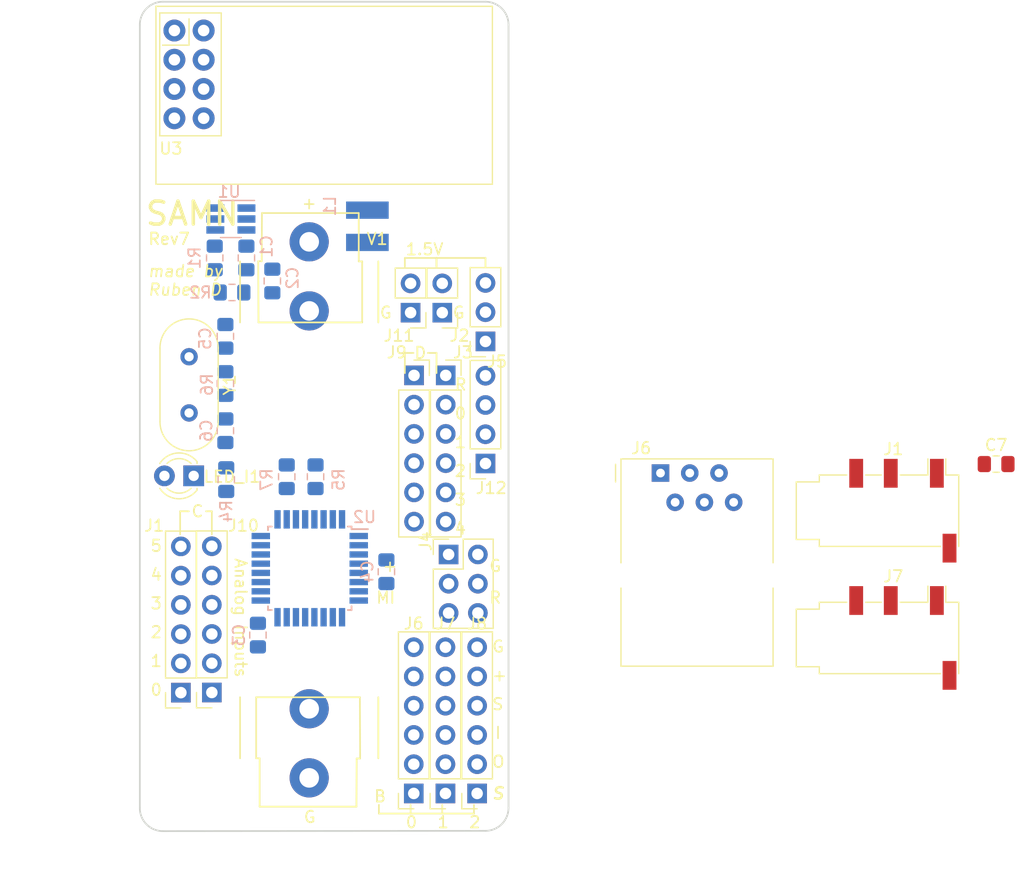
<source format=kicad_pcb>
(kicad_pcb (version 20171130) (host pcbnew 5.1.5)

  (general
    (thickness 1.6)
    (drawings 70)
    (tracks 0)
    (zones 0)
    (modules 35)
    (nets 54)
  )

  (page USLetter)
  (title_block
    (title Samn)
    (date 2018-11-23)
    (rev 7)
    (comment 1 "More Pins for SPI")
  )

  (layers
    (0 F.Cu mixed)
    (31 B.Cu mixed)
    (32 B.Adhes user hide)
    (33 F.Adhes user hide)
    (34 B.Paste user hide)
    (35 F.Paste user hide)
    (36 B.SilkS user hide)
    (37 F.SilkS user hide)
    (38 B.Mask user)
    (39 F.Mask user hide)
    (40 Dwgs.User user)
    (41 Cmts.User user hide)
    (42 Eco1.User user hide)
    (43 Eco2.User user hide)
    (44 Edge.Cuts user)
    (45 Margin user hide)
    (46 B.CrtYd user hide)
    (47 F.CrtYd user hide)
    (48 B.Fab user)
    (49 F.Fab user)
  )

  (setup
    (last_trace_width 0.254)
    (trace_clearance 0.2)
    (zone_clearance 0.508)
    (zone_45_only no)
    (trace_min 0.2)
    (via_size 0.6)
    (via_drill 0.3)
    (via_min_size 0.6)
    (via_min_drill 0.3)
    (blind_buried_vias_allowed yes)
    (uvia_size 0.3)
    (uvia_drill 0.1)
    (uvias_allowed yes)
    (uvia_min_size 0.2)
    (uvia_min_drill 0.1)
    (edge_width 0.15)
    (segment_width 0.15)
    (pcb_text_width 0.3)
    (pcb_text_size 1.5 1.5)
    (mod_edge_width 0.15)
    (mod_text_size 1 1)
    (mod_text_width 0.15)
    (pad_size 1.7 1.7)
    (pad_drill 1)
    (pad_to_mask_clearance 0.051)
    (solder_mask_min_width 0.25)
    (aux_axis_origin 50.8 14.986)
    (grid_origin 34.9 18.7)
    (visible_elements FFFFFF7F)
    (pcbplotparams
      (layerselection 0x010fc_ffffffff)
      (usegerberextensions true)
      (usegerberattributes false)
      (usegerberadvancedattributes false)
      (creategerberjobfile false)
      (excludeedgelayer true)
      (linewidth 0.100000)
      (plotframeref false)
      (viasonmask false)
      (mode 1)
      (useauxorigin false)
      (hpglpennumber 1)
      (hpglpenspeed 20)
      (hpglpendiameter 15.000000)
      (psnegative false)
      (psa4output false)
      (plotreference true)
      (plotvalue true)
      (plotinvisibletext false)
      (padsonsilk false)
      (subtractmaskfromsilk false)
      (outputformat 1)
      (mirror false)
      (drillshape 0)
      (scaleselection 1)
      (outputdirectory "gerber_small7"))
  )

  (net 0 "")
  (net 1 "Net-(C5-Pad1)")
  (net 2 "Net-(C6-Pad1)")
  (net 3 Reset)
  (net 4 +3V3)
  (net 5 "Net-(R1-Pad2)")
  (net 6 GND)
  (net 7 "Net-(R4-Pad2)")
  (net 8 SCK)
  (net 9 MOSI)
  (net 10 MISO)
  (net 11 "Net-(L1-Pad2)")
  (net 12 +1V5)
  (net 13 "Net-(J3-Pad2)")
  (net 14 "Net-(J3-Pad3)")
  (net 15 "Net-(J3-Pad4)")
  (net 16 "Net-(J3-Pad5)")
  (net 17 "Net-(J3-Pad6)")
  (net 18 "Net-(C3-Pad2)")
  (net 19 "Net-(J1-Pad1)")
  (net 20 "Net-(J1-Pad2)")
  (net 21 "Net-(J1-Pad3)")
  (net 22 "Net-(J1-Pad4)")
  (net 23 "Net-(J1-Pad5)")
  (net 24 "Net-(J1-Pad6)")
  (net 25 "Net-(LED_I1-Pad2)")
  (net 26 "Net-(J8-Pad1)")
  (net 27 "Net-(J6-Pad1)")
  (net 28 "Net-(J7-Pad1)")
  (net 29 "Net-(U2-Pad10)")
  (net 30 "Net-(U2-Pad11)")
  (net 31 "Net-(J11-Pad2)")
  (net 32 "Net-(J12-Pad4)")
  (net 33 "Net-(J12-Pad3)")
  (net 34 "Net-(J12-Pad2)")
  (net 35 "Net-(J12-Pad1)")
  (net 36 "Net-(J5-Pad1)")
  (net 37 "Net-(J1-PadR2)")
  (net 38 "Net-(J1-PadR1)")
  (net 39 "Net-(J1-PadT)")
  (net 40 "Net-(J1-PadS)")
  (net 41 "Net-(J6-Pad6)")
  (net 42 "Net-(J7-PadR2)")
  (net 43 "Net-(J7-PadR1)")
  (net 44 "Net-(J7-PadT)")
  (net 45 "Net-(J7-PadS)")
  (net 46 "Net-(R7-Pad1)")
  (net 47 "Net-(U2-Pad28)")
  (net 48 "Net-(U2-Pad27)")
  (net 49 "Net-(U2-Pad25)")
  (net 50 "Net-(U2-Pad24)")
  (net 51 "Net-(U2-Pad23)")
  (net 52 "Net-(U2-Pad13)")
  (net 53 "Net-(U2-Pad12)")

  (net_class Default "This is the default net class."
    (clearance 0.2)
    (trace_width 0.254)
    (via_dia 0.6)
    (via_drill 0.3)
    (uvia_dia 0.3)
    (uvia_drill 0.1)
    (diff_pair_width 0.4)
    (diff_pair_gap 0.25)
    (add_net MISO)
    (add_net MOSI)
    (add_net "Net-(C3-Pad2)")
    (add_net "Net-(C5-Pad1)")
    (add_net "Net-(C6-Pad1)")
    (add_net "Net-(J1-Pad1)")
    (add_net "Net-(J1-Pad2)")
    (add_net "Net-(J1-Pad3)")
    (add_net "Net-(J1-Pad4)")
    (add_net "Net-(J1-Pad5)")
    (add_net "Net-(J1-Pad6)")
    (add_net "Net-(J1-PadR1)")
    (add_net "Net-(J1-PadR2)")
    (add_net "Net-(J1-PadS)")
    (add_net "Net-(J1-PadT)")
    (add_net "Net-(J12-Pad1)")
    (add_net "Net-(J12-Pad2)")
    (add_net "Net-(J12-Pad3)")
    (add_net "Net-(J12-Pad4)")
    (add_net "Net-(J3-Pad2)")
    (add_net "Net-(J3-Pad3)")
    (add_net "Net-(J3-Pad4)")
    (add_net "Net-(J3-Pad5)")
    (add_net "Net-(J3-Pad6)")
    (add_net "Net-(J5-Pad1)")
    (add_net "Net-(J6-Pad1)")
    (add_net "Net-(J6-Pad6)")
    (add_net "Net-(J7-Pad1)")
    (add_net "Net-(J7-PadR1)")
    (add_net "Net-(J7-PadR2)")
    (add_net "Net-(J7-PadS)")
    (add_net "Net-(J7-PadT)")
    (add_net "Net-(J8-Pad1)")
    (add_net "Net-(LED_I1-Pad2)")
    (add_net "Net-(R1-Pad2)")
    (add_net "Net-(R4-Pad2)")
    (add_net "Net-(R7-Pad1)")
    (add_net "Net-(U2-Pad10)")
    (add_net "Net-(U2-Pad11)")
    (add_net "Net-(U2-Pad12)")
    (add_net "Net-(U2-Pad13)")
    (add_net "Net-(U2-Pad23)")
    (add_net "Net-(U2-Pad24)")
    (add_net "Net-(U2-Pad25)")
    (add_net "Net-(U2-Pad27)")
    (add_net "Net-(U2-Pad28)")
    (add_net Reset)
    (add_net SCK)
  )

  (net_class Power ""
    (clearance 0.3)
    (trace_width 0.42)
    (via_dia 0.6)
    (via_drill 0.4)
    (uvia_dia 0.3)
    (uvia_drill 0.1)
    (diff_pair_width 0.4)
    (diff_pair_gap 0.25)
    (add_net +1V5)
    (add_net +3V3)
    (add_net GND)
    (add_net "Net-(J11-Pad2)")
    (add_net "Net-(L1-Pad2)")
  )

  (module Connector_Audio:Jack_3.5mm_PJ320D_Horizontal (layer F.Cu) (tedit 5C06A514) (tstamp 5E0B8767)
    (at 100.25 73.95)
    (descr "Headphones with microphone connector, 3.5mm, 4 pins (http://www.qingpu-electronics.com/en/products/WQP-PJ320D-72.html)")
    (tags "3.5mm jack mic microphone phones headphones 4pins audio plug")
    (path /5D0A8AD3)
    (attr smd)
    (fp_text reference J7 (at 0.05 -5.35) (layer F.SilkS)
      (effects (font (size 1 1) (thickness 0.15)))
    )
    (fp_text value AudioJack4 (at -0.025 6.35) (layer F.Fab)
      (effects (font (size 1 1) (thickness 0.15)))
    )
    (fp_circle (center 3.9 -2.35) (end 3.95 -2.1) (layer F.Fab) (width 0.12))
    (fp_line (start -6.375 2.5) (end -8.375 2.5) (layer F.SilkS) (width 0.12))
    (fp_line (start -6.375 -2.5) (end -8.375 -2.5) (layer F.SilkS) (width 0.12))
    (fp_line (start -8.375 -2.5) (end -8.375 2.5) (layer F.SilkS) (width 0.12))
    (fp_line (start -6.375 2.5) (end -6.375 3.1) (layer F.SilkS) (width 0.12))
    (fp_line (start -6.375 -3.1) (end -6.375 -2.5) (layer F.SilkS) (width 0.12))
    (fp_line (start -8.73 -5) (end 6.07 -5) (layer F.CrtYd) (width 0.05))
    (fp_line (start -8.73 5) (end 6.07 5) (layer F.CrtYd) (width 0.05))
    (fp_line (start 5.725 3.1) (end 5.725 -3.1) (layer F.SilkS) (width 0.12))
    (fp_line (start -8.73 5) (end -8.73 -5) (layer F.CrtYd) (width 0.05))
    (fp_line (start 6.07 5) (end 6.07 -5) (layer F.CrtYd) (width 0.05))
    (fp_line (start -6.375 -3.1) (end -4 -3.1) (layer F.SilkS) (width 0.12))
    (fp_line (start -2.35 -3.1) (end -1 -3.1) (layer F.SilkS) (width 0.12))
    (fp_line (start 0.65 -3.1) (end 3.05 -3.1) (layer F.SilkS) (width 0.12))
    (fp_line (start 4.6 -3.1) (end 5.725 -3.1) (layer F.SilkS) (width 0.12))
    (fp_line (start 4.15 3.1) (end -6.375 3.1) (layer F.SilkS) (width 0.12))
    (fp_line (start 5.575 -2.9) (end 5.575 2.9) (layer F.Fab) (width 0.1))
    (fp_line (start -6.225 -2.9) (end 5.575 -2.9) (layer F.Fab) (width 0.1))
    (fp_line (start -6.225 -2.3) (end -6.225 -2.9) (layer F.Fab) (width 0.1))
    (fp_line (start -8.225 -2.3) (end -6.225 -2.3) (layer F.Fab) (width 0.1))
    (fp_line (start -8.225 2.3) (end -8.225 -2.3) (layer F.Fab) (width 0.1))
    (fp_line (start -6.225 2.3) (end -8.225 2.3) (layer F.Fab) (width 0.1))
    (fp_line (start -6.225 2.9) (end -6.225 2.3) (layer F.Fab) (width 0.1))
    (fp_line (start 5.575 2.9) (end -6.225 2.9) (layer F.Fab) (width 0.1))
    (fp_line (start 4.6 -3.1) (end 4.6 -4.5) (layer F.SilkS) (width 0.12))
    (fp_line (start 3.05 -3.1) (end 3.05 -4.5) (layer F.SilkS) (width 0.12))
    (fp_text user %R (at -1.195 0) (layer F.Fab)
      (effects (font (size 1 1) (thickness 0.15)))
    )
    (pad "" np_thru_hole circle (at 2.225 0) (size 1.5 1.5) (drill 1.5) (layers *.Cu *.Mask))
    (pad "" np_thru_hole circle (at -4.775 0) (size 1.5 1.5) (drill 1.5) (layers *.Cu *.Mask))
    (pad R2 smd rect (at -3.175 -3.25) (size 1.2 2.5) (layers F.Cu F.Paste F.Mask)
      (net 42 "Net-(J7-PadR2)"))
    (pad R1 smd rect (at -0.175 -3.25) (size 1.2 2.5) (layers F.Cu F.Paste F.Mask)
      (net 43 "Net-(J7-PadR1)"))
    (pad T smd rect (at 3.825 -3.25) (size 1.2 2.5) (layers F.Cu F.Paste F.Mask)
      (net 44 "Net-(J7-PadT)"))
    (pad S smd rect (at 4.925 3.25) (size 1.2 2.5) (layers F.Cu F.Paste F.Mask)
      (net 45 "Net-(J7-PadS)"))
    (model ${KISYS3DMOD}/Connector_Audio.3dshapes/Jack_3.5mm_PJ320D_Horizontal.wrl
      (at (xyz 0 0 0))
      (scale (xyz 1 1 1))
      (rotate (xyz 0 0 0))
    )
  )

  (module Connector_RJ:RJ12_Amphenol_54601 (layer F.Cu) (tedit 5AE2E32D) (tstamp 5E0B8742)
    (at 80.09 59.63)
    (descr "RJ12 connector  https://cdn.amphenol-icc.com/media/wysiwyg/files/drawing/c-bmj-0082.pdf")
    (tags "RJ12 connector")
    (path /5D0A9338)
    (fp_text reference J6 (at -1.67 -2.16) (layer F.SilkS)
      (effects (font (size 1 1) (thickness 0.15)))
    )
    (fp_text value 6P6C (at 3.54 18.3) (layer F.Fab)
      (effects (font (size 1 1) (thickness 0.15)))
    )
    (fp_text user %R (at 3.16 7.76) (layer F.Fab)
      (effects (font (size 1 1) (thickness 0.15)))
    )
    (fp_line (start -3.43 16.77) (end -3.43 0.52) (layer F.Fab) (width 0.1))
    (fp_line (start -3.43 -1.23) (end 9.77 -1.23) (layer F.Fab) (width 0.1))
    (fp_line (start 9.77 -1.23) (end 9.77 16.77) (layer F.Fab) (width 0.1))
    (fp_line (start 9.77 16.77) (end -3.43 16.77) (layer F.Fab) (width 0.1))
    (fp_line (start -4.04 -1.73) (end 10.38 -1.73) (layer F.CrtYd) (width 0.05))
    (fp_line (start 10.38 -1.73) (end 10.38 17.27) (layer F.CrtYd) (width 0.05))
    (fp_line (start 10.38 17.27) (end -4.04 17.27) (layer F.CrtYd) (width 0.05))
    (fp_line (start -4.04 17.27) (end -4.04 -1.73) (layer F.CrtYd) (width 0.05))
    (fp_line (start -3.43 -1.23) (end 9.77 -1.23) (layer F.SilkS) (width 0.12))
    (fp_line (start 9.77 -1.23) (end 9.77 7.79) (layer F.SilkS) (width 0.12))
    (fp_line (start 9.77 16.65) (end 9.77 16.77) (layer F.SilkS) (width 0.1))
    (fp_line (start 9.77 16.77) (end 9.77 9.99) (layer F.SilkS) (width 0.12))
    (fp_line (start 9.77 16.76) (end 9.77 16.77) (layer F.SilkS) (width 0.1))
    (fp_line (start 9.77 16.77) (end -3.43 16.77) (layer F.SilkS) (width 0.12))
    (fp_line (start -3.43 16.77) (end -3.43 9.99) (layer F.SilkS) (width 0.12))
    (fp_line (start -3.43 7.72) (end -3.43 7.79) (layer F.SilkS) (width 0.1))
    (fp_line (start -3.43 7.79) (end -3.43 -1.23) (layer F.SilkS) (width 0.12))
    (fp_line (start -3.9 0.77) (end -3.9 -0.76) (layer F.SilkS) (width 0.12))
    (fp_line (start -3.43 0.52) (end -2.93 0.02) (layer F.Fab) (width 0.1))
    (fp_line (start -2.93 0.02) (end -3.43 -0.48) (layer F.Fab) (width 0.1))
    (fp_line (start -3.43 -0.48) (end -3.43 -1.23) (layer F.Fab) (width 0.1))
    (pad 1 thru_hole rect (at 0 0) (size 1.52 1.52) (drill 0.76) (layers *.Cu *.Mask)
      (net 6 GND))
    (pad "" np_thru_hole circle (at -1.91 8.89) (size 3.25 3.25) (drill 3.25) (layers *.Cu *.Mask))
    (pad 2 thru_hole circle (at 1.27 2.54) (size 1.52 1.52) (drill 0.76) (layers *.Cu *.Mask)
      (net 4 +3V3))
    (pad 3 thru_hole circle (at 2.54 0) (size 1.52 1.52) (drill 0.76) (layers *.Cu *.Mask)
      (net 9 MOSI))
    (pad 4 thru_hole circle (at 3.81 2.54) (size 1.52 1.52) (drill 0.76) (layers *.Cu *.Mask)
      (net 10 MISO))
    (pad 5 thru_hole circle (at 5.08 0) (size 1.52 1.52) (drill 0.76) (layers *.Cu *.Mask)
      (net 8 SCK))
    (pad 6 thru_hole circle (at 6.35 2.54) (size 1.52 1.52) (drill 0.76) (layers *.Cu *.Mask)
      (net 41 "Net-(J6-Pad6)"))
    (pad "" np_thru_hole circle (at 8.25 8.89) (size 3.25 3.25) (drill 3.25) (layers *.Cu *.Mask))
    (model ${KISYS3DMOD}/Connector_RJ.3dshapes/RJ12_Amphenol_54601.wrl
      (at (xyz 0 0 0))
      (scale (xyz 1 1 1))
      (rotate (xyz 0 0 0))
    )
  )

  (module Connector_Audio:Jack_3.5mm_PJ320D_Horizontal (layer F.Cu) (tedit 5C06A514) (tstamp 5E0B8662)
    (at 100.25 62.9)
    (descr "Headphones with microphone connector, 3.5mm, 4 pins (http://www.qingpu-electronics.com/en/products/WQP-PJ320D-72.html)")
    (tags "3.5mm jack mic microphone phones headphones 4pins audio plug")
    (path /5D0A6ECD)
    (attr smd)
    (fp_text reference J1 (at 0.05 -5.35) (layer F.SilkS)
      (effects (font (size 1 1) (thickness 0.15)))
    )
    (fp_text value AudioJack4 (at -0.025 6.35) (layer F.Fab)
      (effects (font (size 1 1) (thickness 0.15)))
    )
    (fp_circle (center 3.9 -2.35) (end 3.95 -2.1) (layer F.Fab) (width 0.12))
    (fp_line (start -6.375 2.5) (end -8.375 2.5) (layer F.SilkS) (width 0.12))
    (fp_line (start -6.375 -2.5) (end -8.375 -2.5) (layer F.SilkS) (width 0.12))
    (fp_line (start -8.375 -2.5) (end -8.375 2.5) (layer F.SilkS) (width 0.12))
    (fp_line (start -6.375 2.5) (end -6.375 3.1) (layer F.SilkS) (width 0.12))
    (fp_line (start -6.375 -3.1) (end -6.375 -2.5) (layer F.SilkS) (width 0.12))
    (fp_line (start -8.73 -5) (end 6.07 -5) (layer F.CrtYd) (width 0.05))
    (fp_line (start -8.73 5) (end 6.07 5) (layer F.CrtYd) (width 0.05))
    (fp_line (start 5.725 3.1) (end 5.725 -3.1) (layer F.SilkS) (width 0.12))
    (fp_line (start -8.73 5) (end -8.73 -5) (layer F.CrtYd) (width 0.05))
    (fp_line (start 6.07 5) (end 6.07 -5) (layer F.CrtYd) (width 0.05))
    (fp_line (start -6.375 -3.1) (end -4 -3.1) (layer F.SilkS) (width 0.12))
    (fp_line (start -2.35 -3.1) (end -1 -3.1) (layer F.SilkS) (width 0.12))
    (fp_line (start 0.65 -3.1) (end 3.05 -3.1) (layer F.SilkS) (width 0.12))
    (fp_line (start 4.6 -3.1) (end 5.725 -3.1) (layer F.SilkS) (width 0.12))
    (fp_line (start 4.15 3.1) (end -6.375 3.1) (layer F.SilkS) (width 0.12))
    (fp_line (start 5.575 -2.9) (end 5.575 2.9) (layer F.Fab) (width 0.1))
    (fp_line (start -6.225 -2.9) (end 5.575 -2.9) (layer F.Fab) (width 0.1))
    (fp_line (start -6.225 -2.3) (end -6.225 -2.9) (layer F.Fab) (width 0.1))
    (fp_line (start -8.225 -2.3) (end -6.225 -2.3) (layer F.Fab) (width 0.1))
    (fp_line (start -8.225 2.3) (end -8.225 -2.3) (layer F.Fab) (width 0.1))
    (fp_line (start -6.225 2.3) (end -8.225 2.3) (layer F.Fab) (width 0.1))
    (fp_line (start -6.225 2.9) (end -6.225 2.3) (layer F.Fab) (width 0.1))
    (fp_line (start 5.575 2.9) (end -6.225 2.9) (layer F.Fab) (width 0.1))
    (fp_line (start 4.6 -3.1) (end 4.6 -4.5) (layer F.SilkS) (width 0.12))
    (fp_line (start 3.05 -3.1) (end 3.05 -4.5) (layer F.SilkS) (width 0.12))
    (fp_text user %R (at -1.195 0) (layer F.Fab)
      (effects (font (size 1 1) (thickness 0.15)))
    )
    (pad "" np_thru_hole circle (at 2.225 0) (size 1.5 1.5) (drill 1.5) (layers *.Cu *.Mask))
    (pad "" np_thru_hole circle (at -4.775 0) (size 1.5 1.5) (drill 1.5) (layers *.Cu *.Mask))
    (pad R2 smd rect (at -3.175 -3.25) (size 1.2 2.5) (layers F.Cu F.Paste F.Mask)
      (net 37 "Net-(J1-PadR2)"))
    (pad R1 smd rect (at -0.175 -3.25) (size 1.2 2.5) (layers F.Cu F.Paste F.Mask)
      (net 38 "Net-(J1-PadR1)"))
    (pad T smd rect (at 3.825 -3.25) (size 1.2 2.5) (layers F.Cu F.Paste F.Mask)
      (net 39 "Net-(J1-PadT)"))
    (pad S smd rect (at 4.925 3.25) (size 1.2 2.5) (layers F.Cu F.Paste F.Mask)
      (net 40 "Net-(J1-PadS)"))
    (model ${KISYS3DMOD}/Connector_Audio.3dshapes/Jack_3.5mm_PJ320D_Horizontal.wrl
      (at (xyz 0 0 0))
      (scale (xyz 1 1 1))
      (rotate (xyz 0 0 0))
    )
  )

  (module Capacitor_SMD:C_0805_2012Metric_Pad1.15x1.40mm_HandSolder (layer F.Cu) (tedit 5B36C52B) (tstamp 5E0B863D)
    (at 109.22 58.85)
    (descr "Capacitor SMD 0805 (2012 Metric), square (rectangular) end terminal, IPC_7351 nominal with elongated pad for handsoldering. (Body size source: https://docs.google.com/spreadsheets/d/1BsfQQcO9C6DZCsRaXUlFlo91Tg2WpOkGARC1WS5S8t0/edit?usp=sharing), generated with kicad-footprint-generator")
    (tags "capacitor handsolder")
    (path /5D068821)
    (attr smd)
    (fp_text reference C7 (at 0 -1.65) (layer F.SilkS)
      (effects (font (size 1 1) (thickness 0.15)))
    )
    (fp_text value 100uF (at 0 1.65) (layer F.Fab)
      (effects (font (size 1 1) (thickness 0.15)))
    )
    (fp_text user %R (at 0 0) (layer F.Fab)
      (effects (font (size 0.5 0.5) (thickness 0.08)))
    )
    (fp_line (start 1.85 0.95) (end -1.85 0.95) (layer F.CrtYd) (width 0.05))
    (fp_line (start 1.85 -0.95) (end 1.85 0.95) (layer F.CrtYd) (width 0.05))
    (fp_line (start -1.85 -0.95) (end 1.85 -0.95) (layer F.CrtYd) (width 0.05))
    (fp_line (start -1.85 0.95) (end -1.85 -0.95) (layer F.CrtYd) (width 0.05))
    (fp_line (start -0.261252 0.71) (end 0.261252 0.71) (layer F.SilkS) (width 0.12))
    (fp_line (start -0.261252 -0.71) (end 0.261252 -0.71) (layer F.SilkS) (width 0.12))
    (fp_line (start 1 0.6) (end -1 0.6) (layer F.Fab) (width 0.1))
    (fp_line (start 1 -0.6) (end 1 0.6) (layer F.Fab) (width 0.1))
    (fp_line (start -1 -0.6) (end 1 -0.6) (layer F.Fab) (width 0.1))
    (fp_line (start -1 0.6) (end -1 -0.6) (layer F.Fab) (width 0.1))
    (pad 2 smd roundrect (at 1.025 0) (size 1.15 1.4) (layers F.Cu F.Paste F.Mask) (roundrect_rratio 0.217391)
      (net 6 GND))
    (pad 1 smd roundrect (at -1.025 0) (size 1.15 1.4) (layers F.Cu F.Paste F.Mask) (roundrect_rratio 0.217391)
      (net 4 +3V3))
    (model ${KISYS3DMOD}/Capacitor_SMD.3dshapes/C_0805_2012Metric.wrl
      (at (xyz 0 0 0))
      (scale (xyz 1 1 1))
      (rotate (xyz 0 0 0))
    )
  )

  (module Capacitor_SMD:C_0805_2012Metric_Pad1.15x1.40mm_HandSolder (layer B.Cu) (tedit 5B36C52B) (tstamp 5E0B85EC)
    (at 56.3 68.2 270)
    (descr "Capacitor SMD 0805 (2012 Metric), square (rectangular) end terminal, IPC_7351 nominal with elongated pad for handsoldering. (Body size source: https://docs.google.com/spreadsheets/d/1BsfQQcO9C6DZCsRaXUlFlo91Tg2WpOkGARC1WS5S8t0/edit?usp=sharing), generated with kicad-footprint-generator")
    (tags "capacitor handsolder")
    (path /5CD6ADC9)
    (attr smd)
    (fp_text reference C4 (at 0 1.65 270) (layer B.SilkS)
      (effects (font (size 1 1) (thickness 0.15)) (justify mirror))
    )
    (fp_text value 100uF (at 0 -1.65 270) (layer B.Fab)
      (effects (font (size 1 1) (thickness 0.15)) (justify mirror))
    )
    (fp_text user %R (at 0 0 270) (layer B.Fab)
      (effects (font (size 0.5 0.5) (thickness 0.08)) (justify mirror))
    )
    (fp_line (start 1.85 -0.95) (end -1.85 -0.95) (layer B.CrtYd) (width 0.05))
    (fp_line (start 1.85 0.95) (end 1.85 -0.95) (layer B.CrtYd) (width 0.05))
    (fp_line (start -1.85 0.95) (end 1.85 0.95) (layer B.CrtYd) (width 0.05))
    (fp_line (start -1.85 -0.95) (end -1.85 0.95) (layer B.CrtYd) (width 0.05))
    (fp_line (start -0.261252 -0.71) (end 0.261252 -0.71) (layer B.SilkS) (width 0.12))
    (fp_line (start -0.261252 0.71) (end 0.261252 0.71) (layer B.SilkS) (width 0.12))
    (fp_line (start 1 -0.6) (end -1 -0.6) (layer B.Fab) (width 0.1))
    (fp_line (start 1 0.6) (end 1 -0.6) (layer B.Fab) (width 0.1))
    (fp_line (start -1 0.6) (end 1 0.6) (layer B.Fab) (width 0.1))
    (fp_line (start -1 -0.6) (end -1 0.6) (layer B.Fab) (width 0.1))
    (pad 2 smd roundrect (at 1.025 0 270) (size 1.15 1.4) (layers B.Cu B.Paste B.Mask) (roundrect_rratio 0.217391)
      (net 6 GND))
    (pad 1 smd roundrect (at -1.025 0 270) (size 1.15 1.4) (layers B.Cu B.Paste B.Mask) (roundrect_rratio 0.217391)
      (net 4 +3V3))
    (model ${KISYS3DMOD}/Capacitor_SMD.3dshapes/C_0805_2012Metric.wrl
      (at (xyz 0 0 0))
      (scale (xyz 1 1 1))
      (rotate (xyz 0 0 0))
    )
  )

  (module Connector_PinSocket_2.54mm:PinSocket_1x06_P2.54mm_Vertical (layer F.Cu) (tedit 5A19A430) (tstamp 5C2B2369)
    (at 61.4254 87.4532 180)
    (descr "Through hole straight socket strip, 1x06, 2.54mm pitch, single row (from Kicad 4.0.7), script generated")
    (tags "Through hole socket strip THT 1x06 2.54mm single row")
    (path /5C20DCFD)
    (fp_text reference J7 (at 0 14.75 180) (layer F.SilkS)
      (effects (font (size 1 1) (thickness 0.15)))
    )
    (fp_text value Conn_01x06 (at 0 15.47 180) (layer F.Fab)
      (effects (font (size 1 1) (thickness 0.15)))
    )
    (fp_text user %R (at 0 6.35 270) (layer F.Fab)
      (effects (font (size 1 1) (thickness 0.15)))
    )
    (fp_line (start -1.8 14.45) (end -1.8 -1.8) (layer F.CrtYd) (width 0.05))
    (fp_line (start 1.75 14.45) (end -1.8 14.45) (layer F.CrtYd) (width 0.05))
    (fp_line (start 1.75 -1.8) (end 1.75 14.45) (layer F.CrtYd) (width 0.05))
    (fp_line (start -1.8 -1.8) (end 1.75 -1.8) (layer F.CrtYd) (width 0.05))
    (fp_line (start 0 -1.33) (end 1.33 -1.33) (layer F.SilkS) (width 0.12))
    (fp_line (start 1.33 -1.33) (end 1.33 0) (layer F.SilkS) (width 0.12))
    (fp_line (start 1.33 1.27) (end 1.33 14.03) (layer F.SilkS) (width 0.12))
    (fp_line (start -1.33 14.03) (end 1.33 14.03) (layer F.SilkS) (width 0.12))
    (fp_line (start -1.33 1.27) (end -1.33 14.03) (layer F.SilkS) (width 0.12))
    (fp_line (start -1.33 1.27) (end 1.33 1.27) (layer F.SilkS) (width 0.12))
    (fp_line (start -1.27 13.97) (end -1.27 -1.27) (layer F.Fab) (width 0.1))
    (fp_line (start 1.27 13.97) (end -1.27 13.97) (layer F.Fab) (width 0.1))
    (fp_line (start 1.27 -0.635) (end 1.27 13.97) (layer F.Fab) (width 0.1))
    (fp_line (start 0.635 -1.27) (end 1.27 -0.635) (layer F.Fab) (width 0.1))
    (fp_line (start -1.27 -1.27) (end 0.635 -1.27) (layer F.Fab) (width 0.1))
    (pad 6 thru_hole oval (at 0 12.7 180) (size 1.7 1.7) (drill 1) (layers *.Cu *.Mask)
      (net 6 GND))
    (pad 5 thru_hole oval (at 0 10.16 180) (size 1.7 1.7) (drill 1) (layers *.Cu *.Mask)
      (net 4 +3V3))
    (pad 4 thru_hole oval (at 0 7.62 180) (size 1.7 1.7) (drill 1) (layers *.Cu *.Mask)
      (net 8 SCK))
    (pad 3 thru_hole oval (at 0 5.08 180) (size 1.7 1.7) (drill 1) (layers *.Cu *.Mask)
      (net 10 MISO))
    (pad 2 thru_hole oval (at 0 2.54 180) (size 1.7 1.7) (drill 1) (layers *.Cu *.Mask)
      (net 9 MOSI))
    (pad 1 thru_hole rect (at 0 0 180) (size 1.7 1.7) (drill 1) (layers *.Cu *.Mask)
      (net 28 "Net-(J7-Pad1)"))
    (model ${KISYS3DMOD}/Connector_PinSocket_2.54mm.3dshapes/PinSocket_1x06_P2.54mm_Vertical.wrl
      (at (xyz 0 0 0))
      (scale (xyz 1 1 1))
      (rotate (xyz 0 0 0))
    )
  )

  (module Connector_PinHeader_2.54mm:PinHeader_2x03_P2.54mm_Vertical (layer F.Cu) (tedit 59FED5CC) (tstamp 5C2B31E1)
    (at 61.7 66.7)
    (descr "Through hole straight pin header, 2x03, 2.54mm pitch, double rows")
    (tags "Through hole pin header THT 2x03 2.54mm double row")
    (path /5BE1E6A7)
    (fp_text reference J4 (at -2 -1.154 -270) (layer F.SilkS)
      (effects (font (size 1 1) (thickness 0.15)))
    )
    (fp_text value Conn_02x03_Male_ICSP (at 1.27 7.41 180) (layer F.Fab)
      (effects (font (size 1 1) (thickness 0.15)))
    )
    (fp_text user %R (at 1.27 2.54 -270) (layer F.Fab)
      (effects (font (size 1 1) (thickness 0.15)))
    )
    (fp_line (start 4.35 -1.8) (end -1.8 -1.8) (layer F.CrtYd) (width 0.05))
    (fp_line (start 4.35 6.85) (end 4.35 -1.8) (layer F.CrtYd) (width 0.05))
    (fp_line (start -1.8 6.85) (end 4.35 6.85) (layer F.CrtYd) (width 0.05))
    (fp_line (start -1.8 -1.8) (end -1.8 6.85) (layer F.CrtYd) (width 0.05))
    (fp_line (start -1.33 -1.33) (end 0 -1.33) (layer F.SilkS) (width 0.12))
    (fp_line (start -1.33 0) (end -1.33 -1.33) (layer F.SilkS) (width 0.12))
    (fp_line (start 1.27 -1.33) (end 3.87 -1.33) (layer F.SilkS) (width 0.12))
    (fp_line (start 1.27 1.27) (end 1.27 -1.33) (layer F.SilkS) (width 0.12))
    (fp_line (start -1.33 1.27) (end 1.27 1.27) (layer F.SilkS) (width 0.12))
    (fp_line (start 3.87 -1.33) (end 3.87 6.41) (layer F.SilkS) (width 0.12))
    (fp_line (start -1.33 1.27) (end -1.33 6.41) (layer F.SilkS) (width 0.12))
    (fp_line (start -1.33 6.41) (end 3.87 6.41) (layer F.SilkS) (width 0.12))
    (fp_line (start -1.27 0) (end 0 -1.27) (layer F.Fab) (width 0.1))
    (fp_line (start -1.27 6.35) (end -1.27 0) (layer F.Fab) (width 0.1))
    (fp_line (start 3.81 6.35) (end -1.27 6.35) (layer F.Fab) (width 0.1))
    (fp_line (start 3.81 -1.27) (end 3.81 6.35) (layer F.Fab) (width 0.1))
    (fp_line (start 0 -1.27) (end 3.81 -1.27) (layer F.Fab) (width 0.1))
    (pad 6 thru_hole oval (at 2.54 5.08) (size 1.7 1.7) (drill 1) (layers *.Cu *.Mask)
      (net 10 MISO))
    (pad 5 thru_hole oval (at 0 5.08) (size 1.7 1.7) (drill 1) (layers *.Cu *.Mask)
      (net 4 +3V3))
    (pad 4 thru_hole oval (at 2.54 2.54) (size 1.7 1.7) (drill 1) (layers *.Cu *.Mask)
      (net 8 SCK))
    (pad 3 thru_hole oval (at 0 2.54) (size 1.7 1.7) (drill 1) (layers *.Cu *.Mask)
      (net 9 MOSI))
    (pad 2 thru_hole oval (at 2.54 0) (size 1.7 1.7) (drill 1) (layers *.Cu *.Mask)
      (net 3 Reset))
    (pad 1 thru_hole rect (at 0 0) (size 1.7 1.7) (drill 1) (layers *.Cu *.Mask)
      (net 6 GND))
    (model ${KISYS3DMOD}/Connector_PinHeader_2.54mm.3dshapes/PinHeader_2x03_P2.54mm_Vertical.wrl
      (at (xyz 0 0 0))
      (scale (xyz 1 1 1))
      (rotate (xyz 0 0 0))
    )
  )

  (module Connector_PinSocket_2.54mm:PinSocket_1x04_P2.54mm_Vertical (layer F.Cu) (tedit 5A19A429) (tstamp 5C428F19)
    (at 64.9 58.8 180)
    (descr "Through hole straight socket strip, 1x04, 2.54mm pitch, single row (from Kicad 4.0.7), script generated")
    (tags "Through hole socket strip THT 1x04 2.54mm single row")
    (path /5C242592)
    (fp_text reference J12 (at -0.5 -2.13 180) (layer F.SilkS)
      (effects (font (size 1 1) (thickness 0.15)))
    )
    (fp_text value Conn_01x04 (at 0 10.39 180) (layer F.Fab)
      (effects (font (size 1 1) (thickness 0.15)))
    )
    (fp_text user %R (at 0 3.81 270) (layer F.Fab)
      (effects (font (size 1 1) (thickness 0.15)))
    )
    (fp_line (start -1.8 9.4) (end -1.8 -1.8) (layer F.CrtYd) (width 0.05))
    (fp_line (start 1.75 9.4) (end -1.8 9.4) (layer F.CrtYd) (width 0.05))
    (fp_line (start 1.75 -1.8) (end 1.75 9.4) (layer F.CrtYd) (width 0.05))
    (fp_line (start -1.8 -1.8) (end 1.75 -1.8) (layer F.CrtYd) (width 0.05))
    (fp_line (start 0 -1.33) (end 1.33 -1.33) (layer F.SilkS) (width 0.12))
    (fp_line (start 1.33 -1.33) (end 1.33 0) (layer F.SilkS) (width 0.12))
    (fp_line (start 1.33 1.27) (end 1.33 8.95) (layer F.SilkS) (width 0.12))
    (fp_line (start -1.33 8.95) (end 1.33 8.95) (layer F.SilkS) (width 0.12))
    (fp_line (start -1.33 1.27) (end -1.33 8.95) (layer F.SilkS) (width 0.12))
    (fp_line (start -1.33 1.27) (end 1.33 1.27) (layer F.SilkS) (width 0.12))
    (fp_line (start -1.27 8.89) (end -1.27 -1.27) (layer F.Fab) (width 0.1))
    (fp_line (start 1.27 8.89) (end -1.27 8.89) (layer F.Fab) (width 0.1))
    (fp_line (start 1.27 -0.635) (end 1.27 8.89) (layer F.Fab) (width 0.1))
    (fp_line (start 0.635 -1.27) (end 1.27 -0.635) (layer F.Fab) (width 0.1))
    (fp_line (start -1.27 -1.27) (end 0.635 -1.27) (layer F.Fab) (width 0.1))
    (pad 4 thru_hole oval (at 0 7.62 180) (size 1.7 1.7) (drill 1) (layers *.Cu *.Mask)
      (net 32 "Net-(J12-Pad4)"))
    (pad 3 thru_hole oval (at 0 5.08 180) (size 1.7 1.7) (drill 1) (layers *.Cu *.Mask)
      (net 33 "Net-(J12-Pad3)"))
    (pad 2 thru_hole oval (at 0 2.54 180) (size 1.7 1.7) (drill 1) (layers *.Cu *.Mask)
      (net 34 "Net-(J12-Pad2)"))
    (pad 1 thru_hole rect (at 0 0 180) (size 1.7 1.7) (drill 1) (layers *.Cu *.Mask)
      (net 35 "Net-(J12-Pad1)"))
    (model ${KISYS3DMOD}/Connector_PinSocket_2.54mm.3dshapes/PinSocket_1x04_P2.54mm_Vertical.wrl
      (at (xyz 0 0 0))
      (scale (xyz 1 1 1))
      (rotate (xyz 0 0 0))
    )
  )

  (module Connector_PinHeader_2.54mm:PinHeader_1x02_P2.54mm_Vertical (layer F.Cu) (tedit 59FED5CC) (tstamp 5C42A2E6)
    (at 58.4 45.7 180)
    (descr "Through hole straight pin header, 1x02, 2.54mm pitch, single row")
    (tags "Through hole pin header THT 1x02 2.54mm single row")
    (path /5C226CB1)
    (fp_text reference J11 (at 1 -2 180) (layer F.SilkS)
      (effects (font (size 1 1) (thickness 0.15)))
    )
    (fp_text value Conn_01x02 (at 0 4.87 180) (layer F.Fab)
      (effects (font (size 1 1) (thickness 0.15)))
    )
    (fp_text user %R (at 0 1.27 270) (layer F.Fab)
      (effects (font (size 1 1) (thickness 0.15)))
    )
    (fp_line (start 1.8 -1.8) (end -1.8 -1.8) (layer F.CrtYd) (width 0.05))
    (fp_line (start 1.8 4.35) (end 1.8 -1.8) (layer F.CrtYd) (width 0.05))
    (fp_line (start -1.8 4.35) (end 1.8 4.35) (layer F.CrtYd) (width 0.05))
    (fp_line (start -1.8 -1.8) (end -1.8 4.35) (layer F.CrtYd) (width 0.05))
    (fp_line (start -1.33 -1.33) (end 0 -1.33) (layer F.SilkS) (width 0.12))
    (fp_line (start -1.33 0) (end -1.33 -1.33) (layer F.SilkS) (width 0.12))
    (fp_line (start -1.33 1.27) (end 1.33 1.27) (layer F.SilkS) (width 0.12))
    (fp_line (start 1.33 1.27) (end 1.33 3.87) (layer F.SilkS) (width 0.12))
    (fp_line (start -1.33 1.27) (end -1.33 3.87) (layer F.SilkS) (width 0.12))
    (fp_line (start -1.33 3.87) (end 1.33 3.87) (layer F.SilkS) (width 0.12))
    (fp_line (start -1.27 -0.635) (end -0.635 -1.27) (layer F.Fab) (width 0.1))
    (fp_line (start -1.27 3.81) (end -1.27 -0.635) (layer F.Fab) (width 0.1))
    (fp_line (start 1.27 3.81) (end -1.27 3.81) (layer F.Fab) (width 0.1))
    (fp_line (start 1.27 -1.27) (end 1.27 3.81) (layer F.Fab) (width 0.1))
    (fp_line (start -0.635 -1.27) (end 1.27 -1.27) (layer F.Fab) (width 0.1))
    (pad 2 thru_hole oval (at 0 2.54 180) (size 1.7 1.7) (drill 1) (layers *.Cu *.Mask)
      (net 31 "Net-(J11-Pad2)"))
    (pad 1 thru_hole rect (at 0 0 180) (size 1.7 1.7) (drill 1) (layers *.Cu *.Mask)
      (net 6 GND))
    (model ${KISYS3DMOD}/Connector_PinHeader_2.54mm.3dshapes/PinHeader_1x02_P2.54mm_Vertical.wrl
      (at (xyz 0 0 0))
      (scale (xyz 1 1 1))
      (rotate (xyz 0 0 0))
    )
  )

  (module common:NRS4018T4R7MDGJ (layer B.Cu) (tedit 5C1F1A73) (tstamp 5C426422)
    (at 54.65 38.2 90)
    (path /5BD4B1D3)
    (fp_text reference L1 (at 1.75 -3.25 90) (layer B.SilkS)
      (effects (font (size 1 1) (thickness 0.15)) (justify mirror))
    )
    (fp_text value 4.7uH (at 0 3 90) (layer B.Fab)
      (effects (font (size 1 1) (thickness 0.15)) (justify mirror))
    )
    (fp_line (start -2 -2) (end 2 -2) (layer B.Fab) (width 0.07))
    (fp_line (start -2 2) (end 2 2) (layer B.Fab) (width 0.07))
    (fp_line (start -2 2) (end -2 -2) (layer B.Fab) (width 0.07))
    (fp_line (start 2 2) (end 2 -2) (layer B.Fab) (width 0.07))
    (pad 2 smd rect (at 1.4 0 90) (size 1.5 3.7) (layers B.Cu B.Paste B.Mask)
      (net 11 "Net-(L1-Pad2)"))
    (pad 1 smd rect (at -1.4 0 90) (size 1.5 3.7) (layers B.Cu B.Paste B.Mask)
      (net 12 +1V5))
  )

  (module Package_QFP:TQFP-32_7x7mm_P0.8mm (layer B.Cu) (tedit 5A02F146) (tstamp 5C37D102)
    (at 49.65 67.9 180)
    (descr "32-Lead Plastic Thin Quad Flatpack (PT) - 7x7x1.0 mm Body, 2.00 mm [TQFP] (see Microchip Packaging Specification 00000049BS.pdf)")
    (tags "QFP 0.8")
    (path /5C1F8278)
    (attr smd)
    (fp_text reference U2 (at -4.75 4.45 180) (layer B.SilkS)
      (effects (font (size 1 1) (thickness 0.15)) (justify mirror))
    )
    (fp_text value ATmega328PB-AU (at 0 -6.05 180) (layer B.Fab)
      (effects (font (size 1 1) (thickness 0.15)) (justify mirror))
    )
    (fp_line (start -3.625 3.4) (end -5.05 3.4) (layer B.SilkS) (width 0.15))
    (fp_line (start 3.625 3.625) (end 3.3 3.625) (layer B.SilkS) (width 0.15))
    (fp_line (start 3.625 -3.625) (end 3.3 -3.625) (layer B.SilkS) (width 0.15))
    (fp_line (start -3.625 -3.625) (end -3.3 -3.625) (layer B.SilkS) (width 0.15))
    (fp_line (start -3.625 3.625) (end -3.3 3.625) (layer B.SilkS) (width 0.15))
    (fp_line (start -3.625 -3.625) (end -3.625 -3.3) (layer B.SilkS) (width 0.15))
    (fp_line (start 3.625 -3.625) (end 3.625 -3.3) (layer B.SilkS) (width 0.15))
    (fp_line (start 3.625 3.625) (end 3.625 3.3) (layer B.SilkS) (width 0.15))
    (fp_line (start -3.625 3.625) (end -3.625 3.4) (layer B.SilkS) (width 0.15))
    (fp_line (start -5.3 -5.3) (end 5.3 -5.3) (layer B.CrtYd) (width 0.05))
    (fp_line (start -5.3 5.3) (end 5.3 5.3) (layer B.CrtYd) (width 0.05))
    (fp_line (start 5.3 5.3) (end 5.3 -5.3) (layer B.CrtYd) (width 0.05))
    (fp_line (start -5.3 5.3) (end -5.3 -5.3) (layer B.CrtYd) (width 0.05))
    (fp_line (start -3.5 2.5) (end -2.5 3.5) (layer B.Fab) (width 0.15))
    (fp_line (start -3.5 -3.5) (end -3.5 2.5) (layer B.Fab) (width 0.15))
    (fp_line (start 3.5 -3.5) (end -3.5 -3.5) (layer B.Fab) (width 0.15))
    (fp_line (start 3.5 3.5) (end 3.5 -3.5) (layer B.Fab) (width 0.15))
    (fp_line (start -2.5 3.5) (end 3.5 3.5) (layer B.Fab) (width 0.15))
    (fp_text user %R (at 0 0 180) (layer B.Fab)
      (effects (font (size 1 1) (thickness 0.15)) (justify mirror))
    )
    (pad 32 smd rect (at -2.8 4.25 90) (size 1.6 0.55) (layers B.Cu B.Paste B.Mask)
      (net 15 "Net-(J3-Pad4)"))
    (pad 31 smd rect (at -2 4.25 90) (size 1.6 0.55) (layers B.Cu B.Paste B.Mask)
      (net 14 "Net-(J3-Pad3)"))
    (pad 30 smd rect (at -1.2 4.25 90) (size 1.6 0.55) (layers B.Cu B.Paste B.Mask)
      (net 13 "Net-(J3-Pad2)"))
    (pad 29 smd rect (at -0.4 4.25 90) (size 1.6 0.55) (layers B.Cu B.Paste B.Mask)
      (net 3 Reset))
    (pad 28 smd rect (at 0.4 4.25 90) (size 1.6 0.55) (layers B.Cu B.Paste B.Mask)
      (net 47 "Net-(U2-Pad28)"))
    (pad 27 smd rect (at 1.2 4.25 90) (size 1.6 0.55) (layers B.Cu B.Paste B.Mask)
      (net 48 "Net-(U2-Pad27)"))
    (pad 26 smd rect (at 2 4.25 90) (size 1.6 0.55) (layers B.Cu B.Paste B.Mask)
      (net 46 "Net-(R7-Pad1)"))
    (pad 25 smd rect (at 2.8 4.25 90) (size 1.6 0.55) (layers B.Cu B.Paste B.Mask)
      (net 49 "Net-(U2-Pad25)"))
    (pad 24 smd rect (at 4.25 2.8 180) (size 1.6 0.55) (layers B.Cu B.Paste B.Mask)
      (net 50 "Net-(U2-Pad24)"))
    (pad 23 smd rect (at 4.25 2 180) (size 1.6 0.55) (layers B.Cu B.Paste B.Mask)
      (net 51 "Net-(U2-Pad23)"))
    (pad 22 smd rect (at 4.25 1.2 180) (size 1.6 0.55) (layers B.Cu B.Paste B.Mask)
      (net 35 "Net-(J12-Pad1)"))
    (pad 21 smd rect (at 4.25 0.4 180) (size 1.6 0.55) (layers B.Cu B.Paste B.Mask)
      (net 6 GND))
    (pad 20 smd rect (at 4.25 -0.4 180) (size 1.6 0.55) (layers B.Cu B.Paste B.Mask)
      (net 18 "Net-(C3-Pad2)"))
    (pad 19 smd rect (at 4.25 -1.2 180) (size 1.6 0.55) (layers B.Cu B.Paste B.Mask)
      (net 34 "Net-(J12-Pad2)"))
    (pad 18 smd rect (at 4.25 -2 180) (size 1.6 0.55) (layers B.Cu B.Paste B.Mask)
      (net 4 +3V3))
    (pad 17 smd rect (at 4.25 -2.8 180) (size 1.6 0.55) (layers B.Cu B.Paste B.Mask)
      (net 8 SCK))
    (pad 16 smd rect (at 2.8 -4.25 90) (size 1.6 0.55) (layers B.Cu B.Paste B.Mask)
      (net 10 MISO))
    (pad 15 smd rect (at 2 -4.25 90) (size 1.6 0.55) (layers B.Cu B.Paste B.Mask)
      (net 9 MOSI))
    (pad 14 smd rect (at 1.2 -4.25 90) (size 1.6 0.55) (layers B.Cu B.Paste B.Mask)
      (net 41 "Net-(J6-Pad6)"))
    (pad 13 smd rect (at 0.4 -4.25 90) (size 1.6 0.55) (layers B.Cu B.Paste B.Mask)
      (net 52 "Net-(U2-Pad13)"))
    (pad 12 smd rect (at -0.4 -4.25 90) (size 1.6 0.55) (layers B.Cu B.Paste B.Mask)
      (net 53 "Net-(U2-Pad12)"))
    (pad 11 smd rect (at -1.2 -4.25 90) (size 1.6 0.55) (layers B.Cu B.Paste B.Mask)
      (net 30 "Net-(U2-Pad11)"))
    (pad 10 smd rect (at -2 -4.25 90) (size 1.6 0.55) (layers B.Cu B.Paste B.Mask)
      (net 29 "Net-(U2-Pad10)"))
    (pad 9 smd rect (at -2.8 -4.25 90) (size 1.6 0.55) (layers B.Cu B.Paste B.Mask)
      (net 7 "Net-(R4-Pad2)"))
    (pad 8 smd rect (at -4.25 -2.8 180) (size 1.6 0.55) (layers B.Cu B.Paste B.Mask)
      (net 2 "Net-(C6-Pad1)"))
    (pad 7 smd rect (at -4.25 -2 180) (size 1.6 0.55) (layers B.Cu B.Paste B.Mask)
      (net 1 "Net-(C5-Pad1)"))
    (pad 6 smd rect (at -4.25 -1.2 180) (size 1.6 0.55) (layers B.Cu B.Paste B.Mask)
      (net 33 "Net-(J12-Pad3)"))
    (pad 5 smd rect (at -4.25 -0.4 180) (size 1.6 0.55) (layers B.Cu B.Paste B.Mask)
      (net 6 GND))
    (pad 4 smd rect (at -4.25 0.4 180) (size 1.6 0.55) (layers B.Cu B.Paste B.Mask)
      (net 4 +3V3))
    (pad 3 smd rect (at -4.25 1.2 180) (size 1.6 0.55) (layers B.Cu B.Paste B.Mask)
      (net 32 "Net-(J12-Pad4)"))
    (pad 2 smd rect (at -4.25 2 180) (size 1.6 0.55) (layers B.Cu B.Paste B.Mask)
      (net 17 "Net-(J3-Pad6)"))
    (pad 1 smd rect (at -4.25 2.8 180) (size 1.6 0.55) (layers B.Cu B.Paste B.Mask)
      (net 16 "Net-(J3-Pad5)"))
    (model ${KISYS3DMOD}/Package_QFP.3dshapes/TQFP-32_7x7mm_P0.8mm.wrl
      (at (xyz 0 0 0))
      (scale (xyz 1 1 1))
      (rotate (xyz 0 0 0))
    )
  )

  (module Connector_PinSocket_2.54mm:PinSocket_1x06_P2.54mm_Vertical (layer F.Cu) (tedit 5A19A430) (tstamp 5C42A329)
    (at 58.7 51.15)
    (descr "Through hole straight socket strip, 1x06, 2.54mm pitch, single row (from Kicad 4.0.7), script generated")
    (tags "Through hole socket strip THT 1x06 2.54mm single row")
    (path /5C3143CD)
    (fp_text reference J9 (at -1.5 -2) (layer F.SilkS)
      (effects (font (size 1 1) (thickness 0.15)))
    )
    (fp_text value Conn_01x06_Female (at 0 15.47) (layer F.Fab)
      (effects (font (size 1 1) (thickness 0.15)))
    )
    (fp_text user %R (at 0 6.35 90) (layer F.Fab)
      (effects (font (size 1 1) (thickness 0.15)))
    )
    (fp_line (start -1.8 14.45) (end -1.8 -1.8) (layer F.CrtYd) (width 0.05))
    (fp_line (start 1.75 14.45) (end -1.8 14.45) (layer F.CrtYd) (width 0.05))
    (fp_line (start 1.75 -1.8) (end 1.75 14.45) (layer F.CrtYd) (width 0.05))
    (fp_line (start -1.8 -1.8) (end 1.75 -1.8) (layer F.CrtYd) (width 0.05))
    (fp_line (start 0 -1.33) (end 1.33 -1.33) (layer F.SilkS) (width 0.12))
    (fp_line (start 1.33 -1.33) (end 1.33 0) (layer F.SilkS) (width 0.12))
    (fp_line (start 1.33 1.27) (end 1.33 14.03) (layer F.SilkS) (width 0.12))
    (fp_line (start -1.33 14.03) (end 1.33 14.03) (layer F.SilkS) (width 0.12))
    (fp_line (start -1.33 1.27) (end -1.33 14.03) (layer F.SilkS) (width 0.12))
    (fp_line (start -1.33 1.27) (end 1.33 1.27) (layer F.SilkS) (width 0.12))
    (fp_line (start -1.27 13.97) (end -1.27 -1.27) (layer F.Fab) (width 0.1))
    (fp_line (start 1.27 13.97) (end -1.27 13.97) (layer F.Fab) (width 0.1))
    (fp_line (start 1.27 -0.635) (end 1.27 13.97) (layer F.Fab) (width 0.1))
    (fp_line (start 0.635 -1.27) (end 1.27 -0.635) (layer F.Fab) (width 0.1))
    (fp_line (start -1.27 -1.27) (end 0.635 -1.27) (layer F.Fab) (width 0.1))
    (pad 6 thru_hole oval (at 0 12.7) (size 1.7 1.7) (drill 1) (layers *.Cu *.Mask)
      (net 17 "Net-(J3-Pad6)"))
    (pad 5 thru_hole oval (at 0 10.16) (size 1.7 1.7) (drill 1) (layers *.Cu *.Mask)
      (net 16 "Net-(J3-Pad5)"))
    (pad 4 thru_hole oval (at 0 7.62) (size 1.7 1.7) (drill 1) (layers *.Cu *.Mask)
      (net 15 "Net-(J3-Pad4)"))
    (pad 3 thru_hole oval (at 0 5.08) (size 1.7 1.7) (drill 1) (layers *.Cu *.Mask)
      (net 14 "Net-(J3-Pad3)"))
    (pad 2 thru_hole oval (at 0 2.54) (size 1.7 1.7) (drill 1) (layers *.Cu *.Mask)
      (net 13 "Net-(J3-Pad2)"))
    (pad 1 thru_hole rect (at 0 0) (size 1.7 1.7) (drill 1) (layers *.Cu *.Mask)
      (net 3 Reset))
    (model ${KISYS3DMOD}/Connector_PinSocket_2.54mm.3dshapes/PinSocket_1x06_P2.54mm_Vertical.wrl
      (at (xyz 0 0 0))
      (scale (xyz 1 1 1))
      (rotate (xyz 0 0 0))
    )
  )

  (module Connector_PinSocket_2.54mm:PinSocket_1x06_P2.54mm_Vertical (layer F.Cu) (tedit 5A19A430) (tstamp 5C2B53DF)
    (at 41.15 78.687 180)
    (descr "Through hole straight socket strip, 1x06, 2.54mm pitch, single row (from Kicad 4.0.7), script generated")
    (tags "Through hole socket strip THT 1x06 2.54mm single row")
    (path /5C346105)
    (fp_text reference J10 (at -2.75 14.487 180) (layer F.SilkS)
      (effects (font (size 1 1) (thickness 0.15)))
    )
    (fp_text value Conn_01x06_Female (at 0 15.47 180) (layer F.Fab)
      (effects (font (size 1 1) (thickness 0.15)))
    )
    (fp_text user %R (at 0 6.35 270) (layer F.Fab)
      (effects (font (size 1 1) (thickness 0.15)))
    )
    (fp_line (start -1.8 14.45) (end -1.8 -1.8) (layer F.CrtYd) (width 0.05))
    (fp_line (start 1.75 14.45) (end -1.8 14.45) (layer F.CrtYd) (width 0.05))
    (fp_line (start 1.75 -1.8) (end 1.75 14.45) (layer F.CrtYd) (width 0.05))
    (fp_line (start -1.8 -1.8) (end 1.75 -1.8) (layer F.CrtYd) (width 0.05))
    (fp_line (start 0 -1.33) (end 1.33 -1.33) (layer F.SilkS) (width 0.12))
    (fp_line (start 1.33 -1.33) (end 1.33 0) (layer F.SilkS) (width 0.12))
    (fp_line (start 1.33 1.27) (end 1.33 14.03) (layer F.SilkS) (width 0.12))
    (fp_line (start -1.33 14.03) (end 1.33 14.03) (layer F.SilkS) (width 0.12))
    (fp_line (start -1.33 1.27) (end -1.33 14.03) (layer F.SilkS) (width 0.12))
    (fp_line (start -1.33 1.27) (end 1.33 1.27) (layer F.SilkS) (width 0.12))
    (fp_line (start -1.27 13.97) (end -1.27 -1.27) (layer F.Fab) (width 0.1))
    (fp_line (start 1.27 13.97) (end -1.27 13.97) (layer F.Fab) (width 0.1))
    (fp_line (start 1.27 -0.635) (end 1.27 13.97) (layer F.Fab) (width 0.1))
    (fp_line (start 0.635 -1.27) (end 1.27 -0.635) (layer F.Fab) (width 0.1))
    (fp_line (start -1.27 -1.27) (end 0.635 -1.27) (layer F.Fab) (width 0.1))
    (pad 6 thru_hole oval (at 0 12.7 180) (size 1.7 1.7) (drill 1) (layers *.Cu *.Mask)
      (net 24 "Net-(J1-Pad6)"))
    (pad 5 thru_hole oval (at 0 10.16 180) (size 1.7 1.7) (drill 1) (layers *.Cu *.Mask)
      (net 23 "Net-(J1-Pad5)"))
    (pad 4 thru_hole oval (at 0 7.62 180) (size 1.7 1.7) (drill 1) (layers *.Cu *.Mask)
      (net 22 "Net-(J1-Pad4)"))
    (pad 3 thru_hole oval (at 0 5.08 180) (size 1.7 1.7) (drill 1) (layers *.Cu *.Mask)
      (net 21 "Net-(J1-Pad3)"))
    (pad 2 thru_hole oval (at 0 2.54 180) (size 1.7 1.7) (drill 1) (layers *.Cu *.Mask)
      (net 20 "Net-(J1-Pad2)"))
    (pad 1 thru_hole rect (at 0 0 180) (size 1.7 1.7) (drill 1) (layers *.Cu *.Mask)
      (net 19 "Net-(J1-Pad1)"))
    (model ${KISYS3DMOD}/Connector_PinSocket_2.54mm.3dshapes/PinSocket_1x06_P2.54mm_Vertical.wrl
      (at (xyz 0 0 0))
      (scale (xyz 1 1 1))
      (rotate (xyz 0 0 0))
    )
  )

  (module common:nRF24L01_Breakout_mine (layer F.Cu) (tedit 5BE095CD) (tstamp 5C2AF0E7)
    (at 37.9 21.2)
    (descr "nRF24L01 breakout board")
    (tags "nRF24L01 adapter breakout")
    (path /5BD69B17)
    (fp_text reference U3 (at -0.3 10.25) (layer F.SilkS)
      (effects (font (size 1 1) (thickness 0.15)))
    )
    (fp_text value NRF24L01_Breakout (at 13 5) (layer F.Fab)
      (effects (font (size 1 1) (thickness 0.15)))
    )
    (fp_line (start -1.5 -2) (end 27.5 -2) (layer F.Fab) (width 0.1))
    (fp_line (start 27.5 -2) (end 27.5 13.25) (layer F.Fab) (width 0.1))
    (fp_line (start 27.5 13.25) (end -1.5 13.25) (layer F.Fab) (width 0.1))
    (fp_line (start -1.5 13.25) (end -1.5 -2) (layer F.Fab) (width 0.1))
    (fp_line (start -1.5 -2) (end -1.5 -2) (layer F.Fab) (width 0.1))
    (fp_line (start -1.27 -1.27) (end 3.81 -1.27) (layer F.Fab) (width 0.1))
    (fp_line (start 3.81 -1.27) (end 3.81 8.89) (layer F.Fab) (width 0.1))
    (fp_line (start 3.81 8.89) (end -1.27 8.89) (layer F.Fab) (width 0.1))
    (fp_line (start -1.27 8.89) (end -1.27 -1.27) (layer F.Fab) (width 0.1))
    (fp_line (start -1.27 -1.27) (end -1.27 -1.27) (layer F.Fab) (width 0.1))
    (fp_line (start -1.27 -1.524) (end 4.064 -1.524) (layer F.SilkS) (width 0.12))
    (fp_line (start 4.064 -1.524) (end 4.064 9.144) (layer F.SilkS) (width 0.12))
    (fp_line (start 4.064 9.144) (end -1.27 9.144) (layer F.SilkS) (width 0.12))
    (fp_line (start -1.27 9.144) (end -1.27 9.144) (layer F.SilkS) (width 0.12))
    (fp_line (start 1.27 -1.016) (end 1.27 1.27) (layer F.SilkS) (width 0.12))
    (fp_line (start 1.27 1.27) (end -1.016 1.27) (layer F.SilkS) (width 0.12))
    (fp_line (start -1.016 1.27) (end -1.016 1.27) (layer F.SilkS) (width 0.12))
    (fp_line (start -1.6 -2.1) (end 27.6 -2.1) (layer F.SilkS) (width 0.12))
    (fp_line (start 27.6 -2.1) (end 27.6 13.35) (layer F.SilkS) (width 0.12))
    (fp_line (start 27.6 13.35) (end -1.6 13.35) (layer F.SilkS) (width 0.12))
    (fp_line (start -1.6 13.35) (end -1.6 -2.1) (layer F.SilkS) (width 0.12))
    (fp_line (start -1.6 -2.1) (end -1.6 -2.1) (layer F.SilkS) (width 0.12))
    (fp_line (start -1.27 9.144) (end -1.27 -1.524) (layer F.SilkS) (width 0.12))
    (fp_line (start -1.27 -1.524) (end -1.27 -1.524) (layer F.SilkS) (width 0.12))
    (fp_line (start 27.75 -2.25) (end -1.75 -2.25) (layer F.CrtYd) (width 0.05))
    (fp_line (start -1.75 -2.25) (end -1.75 13.5) (layer F.CrtYd) (width 0.05))
    (fp_line (start -1.75 13.5) (end 27.75 13.5) (layer F.CrtYd) (width 0.05))
    (fp_line (start 27.75 13.5) (end 27.75 -2.25) (layer F.CrtYd) (width 0.05))
    (fp_line (start 27.75 -2.25) (end 27.75 -2.25) (layer F.CrtYd) (width 0.05))
    (fp_text user %R (at 12.5 2.5) (layer F.Fab)
      (effects (font (size 1 1) (thickness 0.15)))
    )
    (pad 1 thru_hole circle (at 0 0) (size 1.9 1.9) (drill 1) (layers *.Cu *.Mask)
      (net 6 GND))
    (pad 2 thru_hole circle (at 2.54 0) (size 1.9 1.9) (drill 1) (layers *.Cu *.Mask)
      (net 4 +3V3))
    (pad 3 thru_hole circle (at 0 2.54) (size 1.9 1.9) (drill 1) (layers *.Cu *.Mask)
      (net 29 "Net-(U2-Pad10)"))
    (pad 4 thru_hole circle (at 2.54 2.54) (size 1.9 1.9) (drill 1) (layers *.Cu *.Mask)
      (net 30 "Net-(U2-Pad11)"))
    (pad 5 thru_hole circle (at 0 5.08) (size 1.9 1.9) (drill 1) (layers *.Cu *.Mask)
      (net 8 SCK))
    (pad 6 thru_hole circle (at 2.54 5.08) (size 1.9 1.9) (drill 1) (layers *.Cu *.Mask)
      (net 9 MOSI))
    (pad 7 thru_hole circle (at 0 7.62) (size 1.9 1.9) (drill 1) (layers *.Cu *.Mask)
      (net 10 MISO))
    (pad 8 thru_hole circle (at 2.54 7.62) (size 1.9 1.9) (drill 1) (layers *.Cu *.Mask)
      (net 15 "Net-(J3-Pad4)"))
    (model ${KISYS3DMOD}/RF_Module.3dshapes/nRF24L01_Breakout.wrl
      (at (xyz 0 0 0))
      (scale (xyz 1 1 1))
      (rotate (xyz 0 0 0))
    )
  )

  (module Connector_PinHeader_2.54mm:PinHeader_1x02_P2.54mm_Vertical (layer F.Cu) (tedit 59FED5CC) (tstamp 5C42A3BB)
    (at 61.15 45.7 180)
    (descr "Through hole straight pin header, 1x02, 2.54mm pitch, single row")
    (tags "Through hole pin header THT 1x02 2.54mm single row")
    (path /5C2BB58E)
    (fp_text reference J2 (at -1.5 -2 180) (layer F.SilkS)
      (effects (font (size 1 1) (thickness 0.15)))
    )
    (fp_text value Conn_01x02 (at 0 4.87 180) (layer F.Fab)
      (effects (font (size 1 1) (thickness 0.15)))
    )
    (fp_text user %R (at 0 1.27 270) (layer F.Fab)
      (effects (font (size 1 1) (thickness 0.15)))
    )
    (fp_line (start 1.8 -1.8) (end -1.8 -1.8) (layer F.CrtYd) (width 0.05))
    (fp_line (start 1.8 4.35) (end 1.8 -1.8) (layer F.CrtYd) (width 0.05))
    (fp_line (start -1.8 4.35) (end 1.8 4.35) (layer F.CrtYd) (width 0.05))
    (fp_line (start -1.8 -1.8) (end -1.8 4.35) (layer F.CrtYd) (width 0.05))
    (fp_line (start -1.33 -1.33) (end 0 -1.33) (layer F.SilkS) (width 0.12))
    (fp_line (start -1.33 0) (end -1.33 -1.33) (layer F.SilkS) (width 0.12))
    (fp_line (start -1.33 1.27) (end 1.33 1.27) (layer F.SilkS) (width 0.12))
    (fp_line (start 1.33 1.27) (end 1.33 3.87) (layer F.SilkS) (width 0.12))
    (fp_line (start -1.33 1.27) (end -1.33 3.87) (layer F.SilkS) (width 0.12))
    (fp_line (start -1.33 3.87) (end 1.33 3.87) (layer F.SilkS) (width 0.12))
    (fp_line (start -1.27 -0.635) (end -0.635 -1.27) (layer F.Fab) (width 0.1))
    (fp_line (start -1.27 3.81) (end -1.27 -0.635) (layer F.Fab) (width 0.1))
    (fp_line (start 1.27 3.81) (end -1.27 3.81) (layer F.Fab) (width 0.1))
    (fp_line (start 1.27 -1.27) (end 1.27 3.81) (layer F.Fab) (width 0.1))
    (fp_line (start -0.635 -1.27) (end 1.27 -1.27) (layer F.Fab) (width 0.1))
    (pad 2 thru_hole oval (at 0 2.54 180) (size 1.7 1.7) (drill 1) (layers *.Cu *.Mask)
      (net 31 "Net-(J11-Pad2)"))
    (pad 1 thru_hole rect (at 0 0 180) (size 1.7 1.7) (drill 1) (layers *.Cu *.Mask)
      (net 6 GND))
    (model ${KISYS3DMOD}/Connector_PinHeader_2.54mm.3dshapes/PinHeader_1x02_P2.54mm_Vertical.wrl
      (at (xyz 0 0 0))
      (scale (xyz 1 1 1))
      (rotate (xyz 0 0 0))
    )
  )

  (module Connector_PinSocket_2.54mm:PinSocket_1x06_P2.54mm_Vertical (layer F.Cu) (tedit 5A19A430) (tstamp 5C2B1D9F)
    (at 58.6754 87.4532 180)
    (descr "Through hole straight socket strip, 1x06, 2.54mm pitch, single row (from Kicad 4.0.7), script generated")
    (tags "Through hole socket strip THT 1x06 2.54mm single row")
    (path /5C222C3D)
    (fp_text reference J6 (at 0 14.75 180) (layer F.SilkS)
      (effects (font (size 1 1) (thickness 0.15)))
    )
    (fp_text value Conn_01x06 (at 0 15.47 180) (layer F.Fab)
      (effects (font (size 1 1) (thickness 0.15)))
    )
    (fp_text user %R (at 0 6.35 270) (layer F.Fab)
      (effects (font (size 1 1) (thickness 0.15)))
    )
    (fp_line (start -1.8 14.45) (end -1.8 -1.8) (layer F.CrtYd) (width 0.05))
    (fp_line (start 1.75 14.45) (end -1.8 14.45) (layer F.CrtYd) (width 0.05))
    (fp_line (start 1.75 -1.8) (end 1.75 14.45) (layer F.CrtYd) (width 0.05))
    (fp_line (start -1.8 -1.8) (end 1.75 -1.8) (layer F.CrtYd) (width 0.05))
    (fp_line (start 0 -1.33) (end 1.33 -1.33) (layer F.SilkS) (width 0.12))
    (fp_line (start 1.33 -1.33) (end 1.33 0) (layer F.SilkS) (width 0.12))
    (fp_line (start 1.33 1.27) (end 1.33 14.03) (layer F.SilkS) (width 0.12))
    (fp_line (start -1.33 14.03) (end 1.33 14.03) (layer F.SilkS) (width 0.12))
    (fp_line (start -1.33 1.27) (end -1.33 14.03) (layer F.SilkS) (width 0.12))
    (fp_line (start -1.33 1.27) (end 1.33 1.27) (layer F.SilkS) (width 0.12))
    (fp_line (start -1.27 13.97) (end -1.27 -1.27) (layer F.Fab) (width 0.1))
    (fp_line (start 1.27 13.97) (end -1.27 13.97) (layer F.Fab) (width 0.1))
    (fp_line (start 1.27 -0.635) (end 1.27 13.97) (layer F.Fab) (width 0.1))
    (fp_line (start 0.635 -1.27) (end 1.27 -0.635) (layer F.Fab) (width 0.1))
    (fp_line (start -1.27 -1.27) (end 0.635 -1.27) (layer F.Fab) (width 0.1))
    (pad 6 thru_hole oval (at 0 12.7 180) (size 1.7 1.7) (drill 1) (layers *.Cu *.Mask)
      (net 6 GND))
    (pad 5 thru_hole oval (at 0 10.16 180) (size 1.7 1.7) (drill 1) (layers *.Cu *.Mask)
      (net 4 +3V3))
    (pad 4 thru_hole oval (at 0 7.62 180) (size 1.7 1.7) (drill 1) (layers *.Cu *.Mask)
      (net 8 SCK))
    (pad 3 thru_hole oval (at 0 5.08 180) (size 1.7 1.7) (drill 1) (layers *.Cu *.Mask)
      (net 10 MISO))
    (pad 2 thru_hole oval (at 0 2.54 180) (size 1.7 1.7) (drill 1) (layers *.Cu *.Mask)
      (net 9 MOSI))
    (pad 1 thru_hole rect (at 0 0 180) (size 1.7 1.7) (drill 1) (layers *.Cu *.Mask)
      (net 27 "Net-(J6-Pad1)"))
    (model ${KISYS3DMOD}/Connector_PinSocket_2.54mm.3dshapes/PinSocket_1x06_P2.54mm_Vertical.wrl
      (at (xyz 0 0 0))
      (scale (xyz 1 1 1))
      (rotate (xyz 0 0 0))
    )
  )

  (module Connector_PinSocket_2.54mm:PinSocket_1x06_P2.54mm_Vertical (layer F.Cu) (tedit 5A19A430) (tstamp 5C2B57F8)
    (at 64.1754 87.4532 180)
    (descr "Through hole straight socket strip, 1x06, 2.54mm pitch, single row (from Kicad 4.0.7), script generated")
    (tags "Through hole socket strip THT 1x06 2.54mm single row")
    (path /5C21D993)
    (fp_text reference J8 (at 0 14.75 180) (layer F.SilkS)
      (effects (font (size 1 1) (thickness 0.15)))
    )
    (fp_text value Conn_01x06 (at 0 15.47 180) (layer F.Fab)
      (effects (font (size 1 1) (thickness 0.15)))
    )
    (fp_text user %R (at 0 6.35 270) (layer F.Fab)
      (effects (font (size 1 1) (thickness 0.15)))
    )
    (fp_line (start -1.8 14.45) (end -1.8 -1.8) (layer F.CrtYd) (width 0.05))
    (fp_line (start 1.75 14.45) (end -1.8 14.45) (layer F.CrtYd) (width 0.05))
    (fp_line (start 1.75 -1.8) (end 1.75 14.45) (layer F.CrtYd) (width 0.05))
    (fp_line (start -1.8 -1.8) (end 1.75 -1.8) (layer F.CrtYd) (width 0.05))
    (fp_line (start 0 -1.33) (end 1.33 -1.33) (layer F.SilkS) (width 0.12))
    (fp_line (start 1.33 -1.33) (end 1.33 0) (layer F.SilkS) (width 0.12))
    (fp_line (start 1.33 1.27) (end 1.33 14.03) (layer F.SilkS) (width 0.12))
    (fp_line (start -1.33 14.03) (end 1.33 14.03) (layer F.SilkS) (width 0.12))
    (fp_line (start -1.33 1.27) (end -1.33 14.03) (layer F.SilkS) (width 0.12))
    (fp_line (start -1.33 1.27) (end 1.33 1.27) (layer F.SilkS) (width 0.12))
    (fp_line (start -1.27 13.97) (end -1.27 -1.27) (layer F.Fab) (width 0.1))
    (fp_line (start 1.27 13.97) (end -1.27 13.97) (layer F.Fab) (width 0.1))
    (fp_line (start 1.27 -0.635) (end 1.27 13.97) (layer F.Fab) (width 0.1))
    (fp_line (start 0.635 -1.27) (end 1.27 -0.635) (layer F.Fab) (width 0.1))
    (fp_line (start -1.27 -1.27) (end 0.635 -1.27) (layer F.Fab) (width 0.1))
    (pad 6 thru_hole oval (at 0 12.7 180) (size 1.7 1.7) (drill 1) (layers *.Cu *.Mask)
      (net 6 GND))
    (pad 5 thru_hole oval (at 0 10.16 180) (size 1.7 1.7) (drill 1) (layers *.Cu *.Mask)
      (net 4 +3V3))
    (pad 4 thru_hole oval (at 0 7.62 180) (size 1.7 1.7) (drill 1) (layers *.Cu *.Mask)
      (net 8 SCK))
    (pad 3 thru_hole oval (at 0 5.08 180) (size 1.7 1.7) (drill 1) (layers *.Cu *.Mask)
      (net 10 MISO))
    (pad 2 thru_hole oval (at 0 2.54 180) (size 1.7 1.7) (drill 1) (layers *.Cu *.Mask)
      (net 9 MOSI))
    (pad 1 thru_hole rect (at 0 0 180) (size 1.7 1.7) (drill 1) (layers *.Cu *.Mask)
      (net 26 "Net-(J8-Pad1)"))
    (model ${KISYS3DMOD}/Connector_PinSocket_2.54mm.3dshapes/PinSocket_1x06_P2.54mm_Vertical.wrl
      (at (xyz 0 0 0))
      (scale (xyz 1 1 1))
      (rotate (xyz 0 0 0))
    )
  )

  (module Connector_PinSocket_2.54mm:PinSocket_1x03_P2.54mm_Vertical (layer F.Cu) (tedit 5A19A429) (tstamp 5C2B38A8)
    (at 64.9 48.2 180)
    (descr "Through hole straight socket strip, 1x03, 2.54mm pitch, single row (from Kicad 4.0.7), script generated")
    (tags "Through hole socket strip THT 1x03 2.54mm single row")
    (path /5BF8A063)
    (fp_text reference J5 (at -1 -1.75 180) (layer F.SilkS)
      (effects (font (size 1 1) (thickness 0.15)))
    )
    (fp_text value Conn_01x03 (at 0 7.85 180) (layer F.Fab)
      (effects (font (size 1 1) (thickness 0.15)))
    )
    (fp_text user %R (at 0 2.54 270) (layer F.Fab)
      (effects (font (size 1 1) (thickness 0.15)))
    )
    (fp_line (start -1.8 6.85) (end -1.8 -1.8) (layer F.CrtYd) (width 0.05))
    (fp_line (start 1.75 6.85) (end -1.8 6.85) (layer F.CrtYd) (width 0.05))
    (fp_line (start 1.75 -1.8) (end 1.75 6.85) (layer F.CrtYd) (width 0.05))
    (fp_line (start -1.8 -1.8) (end 1.75 -1.8) (layer F.CrtYd) (width 0.05))
    (fp_line (start 0 -1.33) (end 1.33 -1.33) (layer F.SilkS) (width 0.12))
    (fp_line (start 1.33 -1.33) (end 1.33 0) (layer F.SilkS) (width 0.12))
    (fp_line (start 1.33 1.27) (end 1.33 6.41) (layer F.SilkS) (width 0.12))
    (fp_line (start -1.33 6.41) (end 1.33 6.41) (layer F.SilkS) (width 0.12))
    (fp_line (start -1.33 1.27) (end -1.33 6.41) (layer F.SilkS) (width 0.12))
    (fp_line (start -1.33 1.27) (end 1.33 1.27) (layer F.SilkS) (width 0.12))
    (fp_line (start -1.27 6.35) (end -1.27 -1.27) (layer F.Fab) (width 0.1))
    (fp_line (start 1.27 6.35) (end -1.27 6.35) (layer F.Fab) (width 0.1))
    (fp_line (start 1.27 -0.635) (end 1.27 6.35) (layer F.Fab) (width 0.1))
    (fp_line (start 0.635 -1.27) (end 1.27 -0.635) (layer F.Fab) (width 0.1))
    (fp_line (start -1.27 -1.27) (end 0.635 -1.27) (layer F.Fab) (width 0.1))
    (pad 3 thru_hole oval (at 0 5.08 180) (size 1.7 1.7) (drill 1) (layers *.Cu *.Mask)
      (net 31 "Net-(J11-Pad2)"))
    (pad 2 thru_hole oval (at 0 2.54 180) (size 1.7 1.7) (drill 1) (layers *.Cu *.Mask)
      (net 12 +1V5))
    (pad 1 thru_hole rect (at 0 0 180) (size 1.7 1.7) (drill 1) (layers *.Cu *.Mask)
      (net 36 "Net-(J5-Pad1)"))
    (model ${KISYS3DMOD}/Connector_PinSocket_2.54mm.3dshapes/PinSocket_1x03_P2.54mm_Vertical.wrl
      (at (xyz 0 0 0))
      (scale (xyz 1 1 1))
      (rotate (xyz 0 0 0))
    )
  )

  (module Resistor_SMD:R_0805_2012Metric_Pad1.15x1.40mm_HandSolder (layer B.Cu) (tedit 5B36C52B) (tstamp 5C2B3710)
    (at 47.65 59.95 90)
    (descr "Resistor SMD 0805 (2012 Metric), square (rectangular) end terminal, IPC_7351 nominal with elongated pad for handsoldering. (Body size source: https://docs.google.com/spreadsheets/d/1BsfQQcO9C6DZCsRaXUlFlo91Tg2WpOkGARC1WS5S8t0/edit?usp=sharing), generated with kicad-footprint-generator")
    (tags "resistor handsolder")
    (path /5BE15B39)
    (attr smd)
    (fp_text reference R7 (at -0.25 -1.75 90) (layer B.SilkS)
      (effects (font (size 1 1) (thickness 0.15)) (justify mirror))
    )
    (fp_text value 10k (at 0 -1.65 90) (layer B.Fab)
      (effects (font (size 1 1) (thickness 0.15)) (justify mirror))
    )
    (fp_text user %R (at 0 0 90) (layer B.Fab)
      (effects (font (size 0.5 0.5) (thickness 0.08)) (justify mirror))
    )
    (fp_line (start 1.85 -0.95) (end -1.85 -0.95) (layer B.CrtYd) (width 0.05))
    (fp_line (start 1.85 0.95) (end 1.85 -0.95) (layer B.CrtYd) (width 0.05))
    (fp_line (start -1.85 0.95) (end 1.85 0.95) (layer B.CrtYd) (width 0.05))
    (fp_line (start -1.85 -0.95) (end -1.85 0.95) (layer B.CrtYd) (width 0.05))
    (fp_line (start -0.261252 -0.71) (end 0.261252 -0.71) (layer B.SilkS) (width 0.12))
    (fp_line (start -0.261252 0.71) (end 0.261252 0.71) (layer B.SilkS) (width 0.12))
    (fp_line (start 1 -0.6) (end -1 -0.6) (layer B.Fab) (width 0.1))
    (fp_line (start 1 0.6) (end 1 -0.6) (layer B.Fab) (width 0.1))
    (fp_line (start -1 0.6) (end 1 0.6) (layer B.Fab) (width 0.1))
    (fp_line (start -1 -0.6) (end -1 0.6) (layer B.Fab) (width 0.1))
    (pad 2 smd roundrect (at 1.025 0 90) (size 1.15 1.4) (layers B.Cu B.Paste B.Mask) (roundrect_rratio 0.217391)
      (net 12 +1V5))
    (pad 1 smd roundrect (at -1.025 0 90) (size 1.15 1.4) (layers B.Cu B.Paste B.Mask) (roundrect_rratio 0.217391)
      (net 46 "Net-(R7-Pad1)"))
    (model ${KISYS3DMOD}/Resistor_SMD.3dshapes/R_0805_2012Metric.wrl
      (at (xyz 0 0 0))
      (scale (xyz 1 1 1))
      (rotate (xyz 0 0 0))
    )
  )

  (module LED_THT:LED_D3.0mm_FlatTop (layer F.Cu) (tedit 5880A862) (tstamp 5C2B3BB6)
    (at 39.575 59.875 180)
    (descr "LED, Round, FlatTop, diameter 3.0mm, 2 pins, http://www.kingbright.com/attachments/file/psearch/000/00/00/L-47XEC(Ver.9A).pdf")
    (tags "LED Round FlatTop diameter 3.0mm 2 pins")
    (path /5BE01761)
    (fp_text reference LED_I1 (at -3.325 -0.075 180) (layer F.SilkS)
      (effects (font (size 1 1) (thickness 0.15)))
    )
    (fp_text value "2V 20mA" (at 1.27 2.96 180) (layer F.Fab)
      (effects (font (size 1 1) (thickness 0.15)))
    )
    (fp_line (start 3.7 -2.25) (end -1.15 -2.25) (layer F.CrtYd) (width 0.05))
    (fp_line (start 3.7 2.25) (end 3.7 -2.25) (layer F.CrtYd) (width 0.05))
    (fp_line (start -1.15 2.25) (end 3.7 2.25) (layer F.CrtYd) (width 0.05))
    (fp_line (start -1.15 -2.25) (end -1.15 2.25) (layer F.CrtYd) (width 0.05))
    (fp_line (start -0.29 1.08) (end -0.29 1.236) (layer F.SilkS) (width 0.12))
    (fp_line (start -0.29 -1.236) (end -0.29 -1.08) (layer F.SilkS) (width 0.12))
    (fp_line (start -0.23 -1.16619) (end -0.23 1.16619) (layer F.Fab) (width 0.1))
    (fp_circle (center 1.27 0) (end 2.77 0) (layer F.Fab) (width 0.1))
    (fp_arc (start 1.27 0) (end 0.229039 1.08) (angle -87.9) (layer F.SilkS) (width 0.12))
    (fp_arc (start 1.27 0) (end 0.229039 -1.08) (angle 87.9) (layer F.SilkS) (width 0.12))
    (fp_arc (start 1.27 0) (end -0.29 1.235516) (angle -108.8) (layer F.SilkS) (width 0.12))
    (fp_arc (start 1.27 0) (end -0.29 -1.235516) (angle 108.8) (layer F.SilkS) (width 0.12))
    (fp_arc (start 1.27 0) (end -0.23 -1.16619) (angle 284.3) (layer F.Fab) (width 0.1))
    (pad 2 thru_hole circle (at 2.54 0 180) (size 1.8 1.8) (drill 0.9) (layers *.Cu *.Mask)
      (net 25 "Net-(LED_I1-Pad2)"))
    (pad 1 thru_hole rect (at 0 0 180) (size 1.8 1.8) (drill 0.9) (layers *.Cu *.Mask)
      (net 6 GND))
    (model ${KISYS3DMOD}/LED_THT.3dshapes/LED_D3.0mm_FlatTop.wrl
      (at (xyz 0 0 0))
      (scale (xyz 1 1 1))
      (rotate (xyz 0 0 0))
    )
  )

  (module common:AA_Holder (layer F.Cu) (tedit 5C1F260E) (tstamp 5C2B3082)
    (at 49.6 39.55)
    (path /5BE78B98)
    (fp_text reference V1 (at 5.9 -0.25) (layer F.SilkS)
      (effects (font (size 1 1) (thickness 0.15)))
    )
    (fp_text value AA (at 0 -3.5) (layer F.Fab)
      (effects (font (size 1 1) (thickness 0.15)))
    )
    (fp_text user + (at 0 -3.35) (layer F.SilkS)
      (effects (font (size 1 1) (thickness 0.15)))
    )
    (fp_text user G (at 0.05 49.95) (layer F.SilkS)
      (effects (font (size 1 1) (thickness 0.15)))
    )
    (fp_line (start -4.4 7) (end 4.6 7) (layer F.SilkS) (width 0.15))
    (fp_line (start 6 7) (end 6 1.7) (layer F.SilkS) (width 0.15))
    (fp_line (start 4.6 1.7) (end 4.3 1.7) (layer F.SilkS) (width 0.15))
    (fp_line (start 4.3 1.7) (end 4.3 -2.5) (layer F.SilkS) (width 0.15))
    (fp_line (start 4.3 -2.5) (end -4.1 -2.5) (layer F.SilkS) (width 0.15))
    (fp_line (start -4.121494 1.68306) (end -4.1 -2.5) (layer F.SilkS) (width 0.15))
    (fp_line (start -4.421494 1.68306) (end -4.121494 1.68306) (layer F.SilkS) (width 0.15))
    (fp_line (start -4.4 7) (end -4.421494 1.68306) (layer F.SilkS) (width 0.15))
    (fp_line (start 4.421494 44.86694) (end 4.121494 44.86694) (layer F.SilkS) (width 0.15))
    (fp_line (start -4.3 49.05) (end 4.1 49.05) (layer F.SilkS) (width 0.15))
    (fp_line (start -4.6 44.85) (end -4.3 44.85) (layer F.SilkS) (width 0.15))
    (fp_line (start 4.4 39.55) (end 4.421494 44.86694) (layer F.SilkS) (width 0.15))
    (fp_line (start -4.3 44.85) (end -4.3 49.05) (layer F.SilkS) (width 0.15))
    (fp_line (start 4.121494 44.86694) (end 4.1 49.05) (layer F.SilkS) (width 0.15))
    (fp_line (start -4.6 39.55) (end -4.6 44.85) (layer F.SilkS) (width 0.15))
    (fp_line (start 4.4 39.55) (end -4.6 39.55) (layer F.SilkS) (width 0.15))
    (fp_line (start 4.6 7) (end 4.6 1.7) (layer F.SilkS) (width 0.15))
    (fp_line (start -6 7) (end -6 1.7) (layer F.SilkS) (width 0.15))
    (fp_line (start -6 44.85) (end -6 39.55) (layer F.SilkS) (width 0.15))
    (fp_line (start 6 44.85) (end 6 39.55) (layer F.SilkS) (width 0.15))
    (pad 1 thru_hole circle (at 0 0) (size 3.4 3.4) (drill 1.7) (layers *.Cu *.Mask)
      (net 31 "Net-(J11-Pad2)"))
    (pad 1 thru_hole circle (at 0 6) (size 3.4 3.4) (drill 1.7) (layers *.Cu *.Mask)
      (net 31 "Net-(J11-Pad2)"))
    (pad 2 thru_hole circle (at 0 40.55 180) (size 3.4 3.4) (drill 1.7) (layers *.Cu *.Mask)
      (net 6 GND))
    (pad 2 thru_hole circle (at 0 46.55 180) (size 3.4 3.4) (drill 1.7) (layers *.Cu *.Mask)
      (net 6 GND))
  )

  (module Crystal:Crystal_HC49-4H_Vertical (layer F.Cu) (tedit 5A1AD3B7) (tstamp 5C2B3AF4)
    (at 39.175 49.53 270)
    (descr "Crystal THT HC-49-4H http://5hertz.com/pdfs/04404_D.pdf")
    (tags "THT crystalHC-49-4H")
    (path /5BD3E59D)
    (fp_text reference Y1 (at 2.44 -3.525 270) (layer F.SilkS)
      (effects (font (size 1 1) (thickness 0.15)))
    )
    (fp_text value 8MHz (at 2.44 3.525 270) (layer F.Fab)
      (effects (font (size 1 1) (thickness 0.15)))
    )
    (fp_arc (start 5.64 0) (end 5.64 -2.525) (angle 180) (layer F.SilkS) (width 0.12))
    (fp_arc (start -0.76 0) (end -0.76 -2.525) (angle -180) (layer F.SilkS) (width 0.12))
    (fp_arc (start 5.44 0) (end 5.44 -2) (angle 180) (layer F.Fab) (width 0.1))
    (fp_arc (start -0.56 0) (end -0.56 -2) (angle -180) (layer F.Fab) (width 0.1))
    (fp_arc (start 5.64 0) (end 5.64 -2.325) (angle 180) (layer F.Fab) (width 0.1))
    (fp_arc (start -0.76 0) (end -0.76 -2.325) (angle -180) (layer F.Fab) (width 0.1))
    (fp_line (start 8.5 -2.8) (end -3.6 -2.8) (layer F.CrtYd) (width 0.05))
    (fp_line (start 8.5 2.8) (end 8.5 -2.8) (layer F.CrtYd) (width 0.05))
    (fp_line (start -3.6 2.8) (end 8.5 2.8) (layer F.CrtYd) (width 0.05))
    (fp_line (start -3.6 -2.8) (end -3.6 2.8) (layer F.CrtYd) (width 0.05))
    (fp_line (start -0.76 2.525) (end 5.64 2.525) (layer F.SilkS) (width 0.12))
    (fp_line (start -0.76 -2.525) (end 5.64 -2.525) (layer F.SilkS) (width 0.12))
    (fp_line (start -0.56 2) (end 5.44 2) (layer F.Fab) (width 0.1))
    (fp_line (start -0.56 -2) (end 5.44 -2) (layer F.Fab) (width 0.1))
    (fp_line (start -0.76 2.325) (end 5.64 2.325) (layer F.Fab) (width 0.1))
    (fp_line (start -0.76 -2.325) (end 5.64 -2.325) (layer F.Fab) (width 0.1))
    (fp_text user %R (at 2.44 0 270) (layer F.Fab)
      (effects (font (size 1 1) (thickness 0.15)))
    )
    (pad 2 thru_hole circle (at 4.88 0 270) (size 1.5 1.5) (drill 0.8) (layers *.Cu *.Mask)
      (net 2 "Net-(C6-Pad1)"))
    (pad 1 thru_hole circle (at 0 0 270) (size 1.5 1.5) (drill 0.8) (layers *.Cu *.Mask)
      (net 1 "Net-(C5-Pad1)"))
    (model ${KISYS3DMOD}/Crystal.3dshapes/Crystal_HC49-4H_Vertical.wrl
      (at (xyz 0 0 0))
      (scale (xyz 1 1 1))
      (rotate (xyz 0 0 0))
    )
  )

  (module Capacitor_SMD:C_0805_2012Metric_Pad1.15x1.40mm_HandSolder (layer B.Cu) (tedit 5B36C52B) (tstamp 5C2B39B0)
    (at 46.4 42.95 270)
    (descr "Capacitor SMD 0805 (2012 Metric), square (rectangular) end terminal, IPC_7351 nominal with elongated pad for handsoldering. (Body size source: https://docs.google.com/spreadsheets/d/1BsfQQcO9C6DZCsRaXUlFlo91Tg2WpOkGARC1WS5S8t0/edit?usp=sharing), generated with kicad-footprint-generator")
    (tags "capacitor handsolder")
    (path /5BD45B52)
    (attr smd)
    (fp_text reference C2 (at -0.25 -1.75 270) (layer B.SilkS)
      (effects (font (size 1 1) (thickness 0.15)) (justify mirror))
    )
    (fp_text value 10uF (at -0.12 -1.2 270) (layer B.Fab)
      (effects (font (size 1 1) (thickness 0.15)) (justify mirror))
    )
    (fp_text user %R (at 0 0 270) (layer B.Fab)
      (effects (font (size 0.5 0.5) (thickness 0.08)) (justify mirror))
    )
    (fp_line (start 1.85 -0.95) (end -1.85 -0.95) (layer B.CrtYd) (width 0.05))
    (fp_line (start 1.85 0.95) (end 1.85 -0.95) (layer B.CrtYd) (width 0.05))
    (fp_line (start -1.85 0.95) (end 1.85 0.95) (layer B.CrtYd) (width 0.05))
    (fp_line (start -1.85 -0.95) (end -1.85 0.95) (layer B.CrtYd) (width 0.05))
    (fp_line (start -0.261252 -0.71) (end 0.261252 -0.71) (layer B.SilkS) (width 0.12))
    (fp_line (start -0.261252 0.71) (end 0.261252 0.71) (layer B.SilkS) (width 0.12))
    (fp_line (start 1 -0.6) (end -1 -0.6) (layer B.Fab) (width 0.1))
    (fp_line (start 1 0.6) (end 1 -0.6) (layer B.Fab) (width 0.1))
    (fp_line (start -1 0.6) (end 1 0.6) (layer B.Fab) (width 0.1))
    (fp_line (start -1 -0.6) (end -1 0.6) (layer B.Fab) (width 0.1))
    (pad 2 smd roundrect (at 1.025 0 270) (size 1.15 1.4) (layers B.Cu B.Paste B.Mask) (roundrect_rratio 0.217391)
      (net 4 +3V3))
    (pad 1 smd roundrect (at -1.025 0 270) (size 1.15 1.4) (layers B.Cu B.Paste B.Mask) (roundrect_rratio 0.217391)
      (net 6 GND))
    (model ${KISYS3DMOD}/Capacitor_SMD.3dshapes/C_0805_2012Metric.wrl
      (at (xyz 0 0 0))
      (scale (xyz 1 1 1))
      (rotate (xyz 0 0 0))
    )
  )

  (module Capacitor_SMD:C_0805_2012Metric_Pad1.15x1.40mm_HandSolder (layer B.Cu) (tedit 5B36C52B) (tstamp 5C2B3182)
    (at 45.15 73.7 270)
    (descr "Capacitor SMD 0805 (2012 Metric), square (rectangular) end terminal, IPC_7351 nominal with elongated pad for handsoldering. (Body size source: https://docs.google.com/spreadsheets/d/1BsfQQcO9C6DZCsRaXUlFlo91Tg2WpOkGARC1WS5S8t0/edit?usp=sharing), generated with kicad-footprint-generator")
    (tags "capacitor handsolder")
    (path /5BD3C106)
    (attr smd)
    (fp_text reference C3 (at 0 1.65 270) (layer B.SilkS)
      (effects (font (size 1 1) (thickness 0.15)) (justify mirror))
    )
    (fp_text value 22pF (at 0 -1.65 270) (layer B.Fab)
      (effects (font (size 1 1) (thickness 0.15)) (justify mirror))
    )
    (fp_text user %R (at 0 0 270) (layer B.Fab)
      (effects (font (size 0.5 0.5) (thickness 0.08)) (justify mirror))
    )
    (fp_line (start 1.85 -0.95) (end -1.85 -0.95) (layer B.CrtYd) (width 0.05))
    (fp_line (start 1.85 0.95) (end 1.85 -0.95) (layer B.CrtYd) (width 0.05))
    (fp_line (start -1.85 0.95) (end 1.85 0.95) (layer B.CrtYd) (width 0.05))
    (fp_line (start -1.85 -0.95) (end -1.85 0.95) (layer B.CrtYd) (width 0.05))
    (fp_line (start -0.261252 -0.71) (end 0.261252 -0.71) (layer B.SilkS) (width 0.12))
    (fp_line (start -0.261252 0.71) (end 0.261252 0.71) (layer B.SilkS) (width 0.12))
    (fp_line (start 1 -0.6) (end -1 -0.6) (layer B.Fab) (width 0.1))
    (fp_line (start 1 0.6) (end 1 -0.6) (layer B.Fab) (width 0.1))
    (fp_line (start -1 0.6) (end 1 0.6) (layer B.Fab) (width 0.1))
    (fp_line (start -1 -0.6) (end -1 0.6) (layer B.Fab) (width 0.1))
    (pad 2 smd roundrect (at 1.025 0 270) (size 1.15 1.4) (layers B.Cu B.Paste B.Mask) (roundrect_rratio 0.217391)
      (net 18 "Net-(C3-Pad2)"))
    (pad 1 smd roundrect (at -1.025 0 270) (size 1.15 1.4) (layers B.Cu B.Paste B.Mask) (roundrect_rratio 0.217391)
      (net 6 GND))
    (model ${KISYS3DMOD}/Capacitor_SMD.3dshapes/C_0805_2012Metric.wrl
      (at (xyz 0 0 0))
      (scale (xyz 1 1 1))
      (rotate (xyz 0 0 0))
    )
  )

  (module Capacitor_SMD:C_0805_2012Metric_Pad1.15x1.40mm_HandSolder (layer B.Cu) (tedit 5B36C52B) (tstamp 5C2B3A10)
    (at 42.325 47.755 90)
    (descr "Capacitor SMD 0805 (2012 Metric), square (rectangular) end terminal, IPC_7351 nominal with elongated pad for handsoldering. (Body size source: https://docs.google.com/spreadsheets/d/1BsfQQcO9C6DZCsRaXUlFlo91Tg2WpOkGARC1WS5S8t0/edit?usp=sharing), generated with kicad-footprint-generator")
    (tags "capacitor handsolder")
    (path /5BD3D9C4)
    (attr smd)
    (fp_text reference C5 (at -0.195 -1.75 90) (layer B.SilkS)
      (effects (font (size 1 1) (thickness 0.15)) (justify mirror))
    )
    (fp_text value 22pF (at 0 1.575 90) (layer B.Fab)
      (effects (font (size 1 1) (thickness 0.15)) (justify mirror))
    )
    (fp_text user %R (at 0 0 90) (layer B.Fab)
      (effects (font (size 0.5 0.5) (thickness 0.08)) (justify mirror))
    )
    (fp_line (start 1.85 -0.95) (end -1.85 -0.95) (layer B.CrtYd) (width 0.05))
    (fp_line (start 1.85 0.95) (end 1.85 -0.95) (layer B.CrtYd) (width 0.05))
    (fp_line (start -1.85 0.95) (end 1.85 0.95) (layer B.CrtYd) (width 0.05))
    (fp_line (start -1.85 -0.95) (end -1.85 0.95) (layer B.CrtYd) (width 0.05))
    (fp_line (start -0.261252 -0.71) (end 0.261252 -0.71) (layer B.SilkS) (width 0.12))
    (fp_line (start -0.261252 0.71) (end 0.261252 0.71) (layer B.SilkS) (width 0.12))
    (fp_line (start 1 -0.6) (end -1 -0.6) (layer B.Fab) (width 0.1))
    (fp_line (start 1 0.6) (end 1 -0.6) (layer B.Fab) (width 0.1))
    (fp_line (start -1 0.6) (end 1 0.6) (layer B.Fab) (width 0.1))
    (fp_line (start -1 -0.6) (end -1 0.6) (layer B.Fab) (width 0.1))
    (pad 2 smd roundrect (at 1.025 0 90) (size 1.15 1.4) (layers B.Cu B.Paste B.Mask) (roundrect_rratio 0.217391)
      (net 6 GND))
    (pad 1 smd roundrect (at -1.025 0 90) (size 1.15 1.4) (layers B.Cu B.Paste B.Mask) (roundrect_rratio 0.217391)
      (net 1 "Net-(C5-Pad1)"))
    (model ${KISYS3DMOD}/Capacitor_SMD.3dshapes/C_0805_2012Metric.wrl
      (at (xyz 0 0 0))
      (scale (xyz 1 1 1))
      (rotate (xyz 0 0 0))
    )
  )

  (module Capacitor_SMD:C_0805_2012Metric_Pad1.15x1.40mm_HandSolder (layer B.Cu) (tedit 5B36C52B) (tstamp 5C2B3227)
    (at 42.325 55.955 270)
    (descr "Capacitor SMD 0805 (2012 Metric), square (rectangular) end terminal, IPC_7351 nominal with elongated pad for handsoldering. (Body size source: https://docs.google.com/spreadsheets/d/1BsfQQcO9C6DZCsRaXUlFlo91Tg2WpOkGARC1WS5S8t0/edit?usp=sharing), generated with kicad-footprint-generator")
    (tags "capacitor handsolder")
    (path /5BD3DAC9)
    (attr smd)
    (fp_text reference C6 (at 0 1.65 270) (layer B.SilkS)
      (effects (font (size 1 1) (thickness 0.15)) (justify mirror))
    )
    (fp_text value 22pF (at 0 -1.65 270) (layer B.Fab)
      (effects (font (size 1 1) (thickness 0.15)) (justify mirror))
    )
    (fp_text user %R (at 0 0 270) (layer B.Fab)
      (effects (font (size 0.5 0.5) (thickness 0.08)) (justify mirror))
    )
    (fp_line (start 1.85 -0.95) (end -1.85 -0.95) (layer B.CrtYd) (width 0.05))
    (fp_line (start 1.85 0.95) (end 1.85 -0.95) (layer B.CrtYd) (width 0.05))
    (fp_line (start -1.85 0.95) (end 1.85 0.95) (layer B.CrtYd) (width 0.05))
    (fp_line (start -1.85 -0.95) (end -1.85 0.95) (layer B.CrtYd) (width 0.05))
    (fp_line (start -0.261252 -0.71) (end 0.261252 -0.71) (layer B.SilkS) (width 0.12))
    (fp_line (start -0.261252 0.71) (end 0.261252 0.71) (layer B.SilkS) (width 0.12))
    (fp_line (start 1 -0.6) (end -1 -0.6) (layer B.Fab) (width 0.1))
    (fp_line (start 1 0.6) (end 1 -0.6) (layer B.Fab) (width 0.1))
    (fp_line (start -1 0.6) (end 1 0.6) (layer B.Fab) (width 0.1))
    (fp_line (start -1 -0.6) (end -1 0.6) (layer B.Fab) (width 0.1))
    (pad 2 smd roundrect (at 1.025 0 270) (size 1.15 1.4) (layers B.Cu B.Paste B.Mask) (roundrect_rratio 0.217391)
      (net 6 GND))
    (pad 1 smd roundrect (at -1.025 0 270) (size 1.15 1.4) (layers B.Cu B.Paste B.Mask) (roundrect_rratio 0.217391)
      (net 2 "Net-(C6-Pad1)"))
    (model ${KISYS3DMOD}/Capacitor_SMD.3dshapes/C_0805_2012Metric.wrl
      (at (xyz 0 0 0))
      (scale (xyz 1 1 1))
      (rotate (xyz 0 0 0))
    )
  )

  (module Capacitor_SMD:C_0805_2012Metric_Pad1.15x1.40mm_HandSolder (layer B.Cu) (tedit 5B36C52B) (tstamp 5C2B39E0)
    (at 44.15 40.95 270)
    (descr "Capacitor SMD 0805 (2012 Metric), square (rectangular) end terminal, IPC_7351 nominal with elongated pad for handsoldering. (Body size source: https://docs.google.com/spreadsheets/d/1BsfQQcO9C6DZCsRaXUlFlo91Tg2WpOkGARC1WS5S8t0/edit?usp=sharing), generated with kicad-footprint-generator")
    (tags "capacitor handsolder")
    (path /5BD42C4E)
    (attr smd)
    (fp_text reference C1 (at -1 -1.75 90) (layer B.SilkS)
      (effects (font (size 1 1) (thickness 0.15)) (justify mirror))
    )
    (fp_text value 4.7uF (at -1.93 -1.7 270) (layer B.Fab)
      (effects (font (size 1 1) (thickness 0.15)) (justify mirror))
    )
    (fp_text user %R (at 0 0 270) (layer B.Fab)
      (effects (font (size 0.5 0.5) (thickness 0.08)) (justify mirror))
    )
    (fp_line (start 1.85 -0.95) (end -1.85 -0.95) (layer B.CrtYd) (width 0.05))
    (fp_line (start 1.85 0.95) (end 1.85 -0.95) (layer B.CrtYd) (width 0.05))
    (fp_line (start -1.85 0.95) (end 1.85 0.95) (layer B.CrtYd) (width 0.05))
    (fp_line (start -1.85 -0.95) (end -1.85 0.95) (layer B.CrtYd) (width 0.05))
    (fp_line (start -0.261252 -0.71) (end 0.261252 -0.71) (layer B.SilkS) (width 0.12))
    (fp_line (start -0.261252 0.71) (end 0.261252 0.71) (layer B.SilkS) (width 0.12))
    (fp_line (start 1 -0.6) (end -1 -0.6) (layer B.Fab) (width 0.1))
    (fp_line (start 1 0.6) (end 1 -0.6) (layer B.Fab) (width 0.1))
    (fp_line (start -1 0.6) (end 1 0.6) (layer B.Fab) (width 0.1))
    (fp_line (start -1 -0.6) (end -1 0.6) (layer B.Fab) (width 0.1))
    (pad 2 smd roundrect (at 1.025 0 270) (size 1.15 1.4) (layers B.Cu B.Paste B.Mask) (roundrect_rratio 0.217391)
      (net 6 GND))
    (pad 1 smd roundrect (at -1.025 0 270) (size 1.15 1.4) (layers B.Cu B.Paste B.Mask) (roundrect_rratio 0.217391)
      (net 12 +1V5))
    (model ${KISYS3DMOD}/Capacitor_SMD.3dshapes/C_0805_2012Metric.wrl
      (at (xyz 0 0 0))
      (scale (xyz 1 1 1))
      (rotate (xyz 0 0 0))
    )
  )

  (module Connector_PinSocket_2.54mm:PinSocket_1x06_P2.54mm_Vertical (layer F.Cu) (tedit 5A19A430) (tstamp 5C2B3CAA)
    (at 38.463 78.7 180)
    (descr "Through hole straight socket strip, 1x06, 2.54mm pitch, single row (from Kicad 4.0.7), script generated")
    (tags "Through hole socket strip THT 1x06 2.54mm single row")
    (path /5BD858C1)
    (fp_text reference J1 (at 2.313 14.5 180) (layer F.SilkS)
      (effects (font (size 1 1) (thickness 0.15)))
    )
    (fp_text value Conn_01x06_Female (at 0 -2.65 180) (layer F.Fab)
      (effects (font (size 1 1) (thickness 0.15)))
    )
    (fp_text user %R (at 0 6.35 270) (layer F.Fab)
      (effects (font (size 1 1) (thickness 0.15)))
    )
    (fp_line (start -1.8 14.45) (end -1.8 -1.8) (layer F.CrtYd) (width 0.05))
    (fp_line (start 1.75 14.45) (end -1.8 14.45) (layer F.CrtYd) (width 0.05))
    (fp_line (start 1.75 -1.8) (end 1.75 14.45) (layer F.CrtYd) (width 0.05))
    (fp_line (start -1.8 -1.8) (end 1.75 -1.8) (layer F.CrtYd) (width 0.05))
    (fp_line (start 0 -1.33) (end 1.33 -1.33) (layer F.SilkS) (width 0.12))
    (fp_line (start 1.33 -1.33) (end 1.33 0) (layer F.SilkS) (width 0.12))
    (fp_line (start 1.33 1.27) (end 1.33 14.03) (layer F.SilkS) (width 0.12))
    (fp_line (start -1.33 14.03) (end 1.33 14.03) (layer F.SilkS) (width 0.12))
    (fp_line (start -1.33 1.27) (end -1.33 14.03) (layer F.SilkS) (width 0.12))
    (fp_line (start -1.33 1.27) (end 1.33 1.27) (layer F.SilkS) (width 0.12))
    (fp_line (start -1.27 13.97) (end -1.27 -1.27) (layer F.Fab) (width 0.1))
    (fp_line (start 1.27 13.97) (end -1.27 13.97) (layer F.Fab) (width 0.1))
    (fp_line (start 1.27 -0.635) (end 1.27 13.97) (layer F.Fab) (width 0.1))
    (fp_line (start 0.635 -1.27) (end 1.27 -0.635) (layer F.Fab) (width 0.1))
    (fp_line (start -1.27 -1.27) (end 0.635 -1.27) (layer F.Fab) (width 0.1))
    (pad 6 thru_hole oval (at 0 12.7 180) (size 1.7 1.7) (drill 1) (layers *.Cu *.Mask)
      (net 24 "Net-(J1-Pad6)"))
    (pad 5 thru_hole oval (at 0 10.16 180) (size 1.7 1.7) (drill 1) (layers *.Cu *.Mask)
      (net 23 "Net-(J1-Pad5)"))
    (pad 4 thru_hole oval (at 0 7.62 180) (size 1.7 1.7) (drill 1) (layers *.Cu *.Mask)
      (net 22 "Net-(J1-Pad4)"))
    (pad 3 thru_hole oval (at 0 5.08 180) (size 1.7 1.7) (drill 1) (layers *.Cu *.Mask)
      (net 21 "Net-(J1-Pad3)"))
    (pad 2 thru_hole oval (at 0 2.54 180) (size 1.7 1.7) (drill 1) (layers *.Cu *.Mask)
      (net 20 "Net-(J1-Pad2)"))
    (pad 1 thru_hole rect (at 0 0 180) (size 1.7 1.7) (drill 1) (layers *.Cu *.Mask)
      (net 19 "Net-(J1-Pad1)"))
    (model ${KISYS3DMOD}/Connector_PinSocket_2.54mm.3dshapes/PinSocket_1x06_P2.54mm_Vertical.wrl
      (at (xyz 0 0 0))
      (scale (xyz 1 1 1))
      (rotate (xyz 0 0 0))
    )
  )

  (module Connector_PinSocket_2.54mm:PinSocket_1x06_P2.54mm_Vertical (layer F.Cu) (tedit 5A19A430) (tstamp 5C42B03F)
    (at 61.45 51.15)
    (descr "Through hole straight socket strip, 1x06, 2.54mm pitch, single row (from Kicad 4.0.7), script generated")
    (tags "Through hole socket strip THT 1x06 2.54mm single row")
    (path /5BDF0012)
    (fp_text reference J3 (at 1.5 -2) (layer F.SilkS)
      (effects (font (size 1 1) (thickness 0.15)))
    )
    (fp_text value Conn_01x06_Female (at 0 15.47) (layer F.Fab)
      (effects (font (size 1 1) (thickness 0.15)))
    )
    (fp_text user %R (at 0 6.35 90) (layer F.Fab)
      (effects (font (size 1 1) (thickness 0.15)))
    )
    (fp_line (start -1.8 14.45) (end -1.8 -1.8) (layer F.CrtYd) (width 0.05))
    (fp_line (start 1.75 14.45) (end -1.8 14.45) (layer F.CrtYd) (width 0.05))
    (fp_line (start 1.75 -1.8) (end 1.75 14.45) (layer F.CrtYd) (width 0.05))
    (fp_line (start -1.8 -1.8) (end 1.75 -1.8) (layer F.CrtYd) (width 0.05))
    (fp_line (start 0 -1.33) (end 1.33 -1.33) (layer F.SilkS) (width 0.12))
    (fp_line (start 1.33 -1.33) (end 1.33 0) (layer F.SilkS) (width 0.12))
    (fp_line (start 1.33 1.27) (end 1.33 14.03) (layer F.SilkS) (width 0.12))
    (fp_line (start -1.33 14.03) (end 1.33 14.03) (layer F.SilkS) (width 0.12))
    (fp_line (start -1.33 1.27) (end -1.33 14.03) (layer F.SilkS) (width 0.12))
    (fp_line (start -1.33 1.27) (end 1.33 1.27) (layer F.SilkS) (width 0.12))
    (fp_line (start -1.27 13.97) (end -1.27 -1.27) (layer F.Fab) (width 0.1))
    (fp_line (start 1.27 13.97) (end -1.27 13.97) (layer F.Fab) (width 0.1))
    (fp_line (start 1.27 -0.635) (end 1.27 13.97) (layer F.Fab) (width 0.1))
    (fp_line (start 0.635 -1.27) (end 1.27 -0.635) (layer F.Fab) (width 0.1))
    (fp_line (start -1.27 -1.27) (end 0.635 -1.27) (layer F.Fab) (width 0.1))
    (pad 6 thru_hole oval (at 0 12.7) (size 1.7 1.7) (drill 1) (layers *.Cu *.Mask)
      (net 17 "Net-(J3-Pad6)"))
    (pad 5 thru_hole oval (at 0 10.16) (size 1.7 1.7) (drill 1) (layers *.Cu *.Mask)
      (net 16 "Net-(J3-Pad5)"))
    (pad 4 thru_hole oval (at 0 7.62) (size 1.7 1.7) (drill 1) (layers *.Cu *.Mask)
      (net 15 "Net-(J3-Pad4)"))
    (pad 3 thru_hole oval (at 0 5.08) (size 1.7 1.7) (drill 1) (layers *.Cu *.Mask)
      (net 14 "Net-(J3-Pad3)"))
    (pad 2 thru_hole oval (at 0 2.54) (size 1.7 1.7) (drill 1) (layers *.Cu *.Mask)
      (net 13 "Net-(J3-Pad2)"))
    (pad 1 thru_hole rect (at 0 0) (size 1.7 1.7) (drill 1) (layers *.Cu *.Mask)
      (net 3 Reset))
    (model ${KISYS3DMOD}/Connector_PinSocket_2.54mm.3dshapes/PinSocket_1x06_P2.54mm_Vertical.wrl
      (at (xyz 0 0 0))
      (scale (xyz 1 1 1))
      (rotate (xyz 0 0 0))
    )
  )

  (module Package_TO_SOT_SMD:SOT-23-6_Handsoldering (layer B.Cu) (tedit 5A02FF57) (tstamp 5C380295)
    (at 42.8032 37.5678 180)
    (descr "6-pin SOT-23 package, Handsoldering")
    (tags "SOT-23-6 Handsoldering")
    (path /5BD40B3E)
    (attr smd)
    (fp_text reference U1 (at 0.1532 2.3678) (layer B.SilkS)
      (effects (font (size 1 1) (thickness 0.15)) (justify mirror))
    )
    (fp_text value MCP1640BCH (at 0.2832 2.3578) (layer B.Fab)
      (effects (font (size 1 1) (thickness 0.15)) (justify mirror))
    )
    (fp_line (start 0.9 1.55) (end 0.9 -1.55) (layer B.Fab) (width 0.1))
    (fp_line (start 0.9 -1.55) (end -0.9 -1.55) (layer B.Fab) (width 0.1))
    (fp_line (start -0.9 0.9) (end -0.9 -1.55) (layer B.Fab) (width 0.1))
    (fp_line (start 0.9 1.55) (end -0.25 1.55) (layer B.Fab) (width 0.1))
    (fp_line (start -0.9 0.9) (end -0.25 1.55) (layer B.Fab) (width 0.1))
    (fp_line (start -2.4 1.8) (end 2.4 1.8) (layer B.CrtYd) (width 0.05))
    (fp_line (start 2.4 1.8) (end 2.4 -1.8) (layer B.CrtYd) (width 0.05))
    (fp_line (start 2.4 -1.8) (end -2.4 -1.8) (layer B.CrtYd) (width 0.05))
    (fp_line (start -2.4 -1.8) (end -2.4 1.8) (layer B.CrtYd) (width 0.05))
    (fp_line (start 0.9 1.61) (end -2.05 1.61) (layer B.SilkS) (width 0.12))
    (fp_line (start -0.9 -1.61) (end 0.9 -1.61) (layer B.SilkS) (width 0.12))
    (fp_text user %R (at 0 0 90) (layer B.Fab)
      (effects (font (size 0.5 0.5) (thickness 0.075)) (justify mirror))
    )
    (pad 5 smd rect (at 1.35 0 180) (size 1.56 0.65) (layers B.Cu B.Paste B.Mask)
      (net 4 +3V3))
    (pad 6 smd rect (at 1.35 0.95 180) (size 1.56 0.65) (layers B.Cu B.Paste B.Mask)
      (net 12 +1V5))
    (pad 4 smd rect (at 1.35 -0.95 180) (size 1.56 0.65) (layers B.Cu B.Paste B.Mask)
      (net 5 "Net-(R1-Pad2)"))
    (pad 3 smd rect (at -1.35 -0.95 180) (size 1.56 0.65) (layers B.Cu B.Paste B.Mask)
      (net 12 +1V5))
    (pad 2 smd rect (at -1.35 0 180) (size 1.56 0.65) (layers B.Cu B.Paste B.Mask)
      (net 6 GND))
    (pad 1 smd rect (at -1.35 0.95 180) (size 1.56 0.65) (layers B.Cu B.Paste B.Mask)
      (net 11 "Net-(L1-Pad2)"))
    (model ${KISYS3DMOD}/Package_TO_SOT_SMD.3dshapes/SOT-23-6.wrl
      (at (xyz 0 0 0))
      (scale (xyz 1 1 1))
      (rotate (xyz 0 0 0))
    )
  )

  (module Resistor_SMD:R_0805_2012Metric_Pad1.15x1.40mm_HandSolder (layer B.Cu) (tedit 5B36C52B) (tstamp 5C2B2F6F)
    (at 42.4 60.2 90)
    (descr "Resistor SMD 0805 (2012 Metric), square (rectangular) end terminal, IPC_7351 nominal with elongated pad for handsoldering. (Body size source: https://docs.google.com/spreadsheets/d/1BsfQQcO9C6DZCsRaXUlFlo91Tg2WpOkGARC1WS5S8t0/edit?usp=sharing), generated with kicad-footprint-generator")
    (tags "resistor handsolder")
    (path /5BE0175A)
    (attr smd)
    (fp_text reference R4 (at -2.75 0 90) (layer B.SilkS)
      (effects (font (size 1 1) (thickness 0.15)) (justify mirror))
    )
    (fp_text value 200 (at 0 -1.65 90) (layer B.Fab)
      (effects (font (size 1 1) (thickness 0.15)) (justify mirror))
    )
    (fp_text user %R (at 0 0 90) (layer B.Fab)
      (effects (font (size 0.5 0.5) (thickness 0.08)) (justify mirror))
    )
    (fp_line (start 1.85 -0.95) (end -1.85 -0.95) (layer B.CrtYd) (width 0.05))
    (fp_line (start 1.85 0.95) (end 1.85 -0.95) (layer B.CrtYd) (width 0.05))
    (fp_line (start -1.85 0.95) (end 1.85 0.95) (layer B.CrtYd) (width 0.05))
    (fp_line (start -1.85 -0.95) (end -1.85 0.95) (layer B.CrtYd) (width 0.05))
    (fp_line (start -0.261252 -0.71) (end 0.261252 -0.71) (layer B.SilkS) (width 0.12))
    (fp_line (start -0.261252 0.71) (end 0.261252 0.71) (layer B.SilkS) (width 0.12))
    (fp_line (start 1 -0.6) (end -1 -0.6) (layer B.Fab) (width 0.1))
    (fp_line (start 1 0.6) (end 1 -0.6) (layer B.Fab) (width 0.1))
    (fp_line (start -1 0.6) (end 1 0.6) (layer B.Fab) (width 0.1))
    (fp_line (start -1 -0.6) (end -1 0.6) (layer B.Fab) (width 0.1))
    (pad 2 smd roundrect (at 1.025 0 90) (size 1.15 1.4) (layers B.Cu B.Paste B.Mask) (roundrect_rratio 0.217391)
      (net 7 "Net-(R4-Pad2)"))
    (pad 1 smd roundrect (at -1.025 0 90) (size 1.15 1.4) (layers B.Cu B.Paste B.Mask) (roundrect_rratio 0.217391)
      (net 25 "Net-(LED_I1-Pad2)"))
    (model ${KISYS3DMOD}/Resistor_SMD.3dshapes/R_0805_2012Metric.wrl
      (at (xyz 0 0 0))
      (scale (xyz 1 1 1))
      (rotate (xyz 0 0 0))
    )
  )

  (module Resistor_SMD:R_0805_2012Metric_Pad1.15x1.40mm_HandSolder (layer B.Cu) (tedit 5B36C52B) (tstamp 5C2B392C)
    (at 41.4 40.95 90)
    (descr "Resistor SMD 0805 (2012 Metric), square (rectangular) end terminal, IPC_7351 nominal with elongated pad for handsoldering. (Body size source: https://docs.google.com/spreadsheets/d/1BsfQQcO9C6DZCsRaXUlFlo91Tg2WpOkGARC1WS5S8t0/edit?usp=sharing), generated with kicad-footprint-generator")
    (tags "resistor handsolder")
    (path /5BD48D40)
    (attr smd)
    (fp_text reference R1 (at 0 -1.75 270) (layer B.SilkS)
      (effects (font (size 1 1) (thickness 0.15)) (justify mirror))
    )
    (fp_text value 976k (at -0.05 -1.42 90) (layer B.Fab)
      (effects (font (size 1 1) (thickness 0.15)) (justify mirror))
    )
    (fp_text user %R (at 0 0 90) (layer B.Fab)
      (effects (font (size 0.5 0.5) (thickness 0.08)) (justify mirror))
    )
    (fp_line (start 1.85 -0.95) (end -1.85 -0.95) (layer B.CrtYd) (width 0.05))
    (fp_line (start 1.85 0.95) (end 1.85 -0.95) (layer B.CrtYd) (width 0.05))
    (fp_line (start -1.85 0.95) (end 1.85 0.95) (layer B.CrtYd) (width 0.05))
    (fp_line (start -1.85 -0.95) (end -1.85 0.95) (layer B.CrtYd) (width 0.05))
    (fp_line (start -0.261252 -0.71) (end 0.261252 -0.71) (layer B.SilkS) (width 0.12))
    (fp_line (start -0.261252 0.71) (end 0.261252 0.71) (layer B.SilkS) (width 0.12))
    (fp_line (start 1 -0.6) (end -1 -0.6) (layer B.Fab) (width 0.1))
    (fp_line (start 1 0.6) (end 1 -0.6) (layer B.Fab) (width 0.1))
    (fp_line (start -1 0.6) (end 1 0.6) (layer B.Fab) (width 0.1))
    (fp_line (start -1 -0.6) (end -1 0.6) (layer B.Fab) (width 0.1))
    (pad 2 smd roundrect (at 1.025 0 90) (size 1.15 1.4) (layers B.Cu B.Paste B.Mask) (roundrect_rratio 0.217391)
      (net 5 "Net-(R1-Pad2)"))
    (pad 1 smd roundrect (at -1.025 0 90) (size 1.15 1.4) (layers B.Cu B.Paste B.Mask) (roundrect_rratio 0.217391)
      (net 4 +3V3))
    (model ${KISYS3DMOD}/Resistor_SMD.3dshapes/R_0805_2012Metric.wrl
      (at (xyz 0 0 0))
      (scale (xyz 1 1 1))
      (rotate (xyz 0 0 0))
    )
  )

  (module Resistor_SMD:R_0805_2012Metric_Pad1.15x1.40mm_HandSolder (layer B.Cu) (tedit 5B36C52B) (tstamp 5C2B3DF1)
    (at 42.9 43.95)
    (descr "Resistor SMD 0805 (2012 Metric), square (rectangular) end terminal, IPC_7351 nominal with elongated pad for handsoldering. (Body size source: https://docs.google.com/spreadsheets/d/1BsfQQcO9C6DZCsRaXUlFlo91Tg2WpOkGARC1WS5S8t0/edit?usp=sharing), generated with kicad-footprint-generator")
    (tags "resistor handsolder")
    (path /5BD48DB8)
    (attr smd)
    (fp_text reference R2 (at -2.75 0) (layer B.SilkS)
      (effects (font (size 1 1) (thickness 0.15)) (justify mirror))
    )
    (fp_text value 576k (at -2.95 0.2) (layer B.Fab)
      (effects (font (size 1 1) (thickness 0.15)) (justify mirror))
    )
    (fp_text user %R (at 0 0) (layer B.Fab)
      (effects (font (size 0.5 0.5) (thickness 0.08)) (justify mirror))
    )
    (fp_line (start 1.85 -0.95) (end -1.85 -0.95) (layer B.CrtYd) (width 0.05))
    (fp_line (start 1.85 0.95) (end 1.85 -0.95) (layer B.CrtYd) (width 0.05))
    (fp_line (start -1.85 0.95) (end 1.85 0.95) (layer B.CrtYd) (width 0.05))
    (fp_line (start -1.85 -0.95) (end -1.85 0.95) (layer B.CrtYd) (width 0.05))
    (fp_line (start -0.261252 -0.71) (end 0.261252 -0.71) (layer B.SilkS) (width 0.12))
    (fp_line (start -0.261252 0.71) (end 0.261252 0.71) (layer B.SilkS) (width 0.12))
    (fp_line (start 1 -0.6) (end -1 -0.6) (layer B.Fab) (width 0.1))
    (fp_line (start 1 0.6) (end 1 -0.6) (layer B.Fab) (width 0.1))
    (fp_line (start -1 0.6) (end 1 0.6) (layer B.Fab) (width 0.1))
    (fp_line (start -1 -0.6) (end -1 0.6) (layer B.Fab) (width 0.1))
    (pad 2 smd roundrect (at 1.025 0) (size 1.15 1.4) (layers B.Cu B.Paste B.Mask) (roundrect_rratio 0.217391)
      (net 6 GND))
    (pad 1 smd roundrect (at -1.025 0) (size 1.15 1.4) (layers B.Cu B.Paste B.Mask) (roundrect_rratio 0.217391)
      (net 5 "Net-(R1-Pad2)"))
    (model ${KISYS3DMOD}/Resistor_SMD.3dshapes/R_0805_2012Metric.wrl
      (at (xyz 0 0 0))
      (scale (xyz 1 1 1))
      (rotate (xyz 0 0 0))
    )
  )

  (module Resistor_SMD:R_0805_2012Metric_Pad1.15x1.40mm_HandSolder (layer B.Cu) (tedit 5B36C52B) (tstamp 5C2B3D70)
    (at 50.15 59.95 270)
    (descr "Resistor SMD 0805 (2012 Metric), square (rectangular) end terminal, IPC_7351 nominal with elongated pad for handsoldering. (Body size source: https://docs.google.com/spreadsheets/d/1BsfQQcO9C6DZCsRaXUlFlo91Tg2WpOkGARC1WS5S8t0/edit?usp=sharing), generated with kicad-footprint-generator")
    (tags "resistor handsolder")
    (path /5BD3D3EE)
    (attr smd)
    (fp_text reference R5 (at 0.25 -2 270) (layer B.SilkS)
      (effects (font (size 1 1) (thickness 0.15)) (justify mirror))
    )
    (fp_text value 5.1k (at 0 -1.65 270) (layer B.Fab)
      (effects (font (size 1 1) (thickness 0.15)) (justify mirror))
    )
    (fp_text user %R (at 0 0 270) (layer B.Fab)
      (effects (font (size 0.5 0.5) (thickness 0.08)) (justify mirror))
    )
    (fp_line (start 1.85 -0.95) (end -1.85 -0.95) (layer B.CrtYd) (width 0.05))
    (fp_line (start 1.85 0.95) (end 1.85 -0.95) (layer B.CrtYd) (width 0.05))
    (fp_line (start -1.85 0.95) (end 1.85 0.95) (layer B.CrtYd) (width 0.05))
    (fp_line (start -1.85 -0.95) (end -1.85 0.95) (layer B.CrtYd) (width 0.05))
    (fp_line (start -0.261252 -0.71) (end 0.261252 -0.71) (layer B.SilkS) (width 0.12))
    (fp_line (start -0.261252 0.71) (end 0.261252 0.71) (layer B.SilkS) (width 0.12))
    (fp_line (start 1 -0.6) (end -1 -0.6) (layer B.Fab) (width 0.1))
    (fp_line (start 1 0.6) (end 1 -0.6) (layer B.Fab) (width 0.1))
    (fp_line (start -1 0.6) (end 1 0.6) (layer B.Fab) (width 0.1))
    (fp_line (start -1 -0.6) (end -1 0.6) (layer B.Fab) (width 0.1))
    (pad 2 smd roundrect (at 1.025 0 270) (size 1.15 1.4) (layers B.Cu B.Paste B.Mask) (roundrect_rratio 0.217391)
      (net 3 Reset))
    (pad 1 smd roundrect (at -1.025 0 270) (size 1.15 1.4) (layers B.Cu B.Paste B.Mask) (roundrect_rratio 0.217391)
      (net 4 +3V3))
    (model ${KISYS3DMOD}/Resistor_SMD.3dshapes/R_0805_2012Metric.wrl
      (at (xyz 0 0 0))
      (scale (xyz 1 1 1))
      (rotate (xyz 0 0 0))
    )
  )

  (module Resistor_SMD:R_0805_2012Metric_Pad1.15x1.40mm_HandSolder (layer B.Cu) (tedit 5B36C52B) (tstamp 5C2B381E)
    (at 42.325 51.855 270)
    (descr "Resistor SMD 0805 (2012 Metric), square (rectangular) end terminal, IPC_7351 nominal with elongated pad for handsoldering. (Body size source: https://docs.google.com/spreadsheets/d/1BsfQQcO9C6DZCsRaXUlFlo91Tg2WpOkGARC1WS5S8t0/edit?usp=sharing), generated with kicad-footprint-generator")
    (tags "resistor handsolder")
    (path /5BD3D8D3)
    (attr smd)
    (fp_text reference R6 (at 0.1 1.6 270) (layer B.SilkS)
      (effects (font (size 1 1) (thickness 0.15)) (justify mirror))
    )
    (fp_text value 1M (at 0 -1.65 270) (layer B.Fab)
      (effects (font (size 1 1) (thickness 0.15)) (justify mirror))
    )
    (fp_text user %R (at 0 0 270) (layer B.Fab)
      (effects (font (size 0.5 0.5) (thickness 0.08)) (justify mirror))
    )
    (fp_line (start 1.85 -0.95) (end -1.85 -0.95) (layer B.CrtYd) (width 0.05))
    (fp_line (start 1.85 0.95) (end 1.85 -0.95) (layer B.CrtYd) (width 0.05))
    (fp_line (start -1.85 0.95) (end 1.85 0.95) (layer B.CrtYd) (width 0.05))
    (fp_line (start -1.85 -0.95) (end -1.85 0.95) (layer B.CrtYd) (width 0.05))
    (fp_line (start -0.261252 -0.71) (end 0.261252 -0.71) (layer B.SilkS) (width 0.12))
    (fp_line (start -0.261252 0.71) (end 0.261252 0.71) (layer B.SilkS) (width 0.12))
    (fp_line (start 1 -0.6) (end -1 -0.6) (layer B.Fab) (width 0.1))
    (fp_line (start 1 0.6) (end 1 -0.6) (layer B.Fab) (width 0.1))
    (fp_line (start -1 0.6) (end 1 0.6) (layer B.Fab) (width 0.1))
    (fp_line (start -1 -0.6) (end -1 0.6) (layer B.Fab) (width 0.1))
    (pad 2 smd roundrect (at 1.025 0 270) (size 1.15 1.4) (layers B.Cu B.Paste B.Mask) (roundrect_rratio 0.217391)
      (net 2 "Net-(C6-Pad1)"))
    (pad 1 smd roundrect (at -1.025 0 270) (size 1.15 1.4) (layers B.Cu B.Paste B.Mask) (roundrect_rratio 0.217391)
      (net 1 "Net-(C5-Pad1)"))
    (model ${KISYS3DMOD}/Resistor_SMD.3dshapes/R_0805_2012Metric.wrl
      (at (xyz 0 0 0))
      (scale (xyz 1 1 1))
      (rotate (xyz 0 0 0))
    )
  )

  (gr_text "Analog Inputs" (at 43.65 72.2 270) (layer F.SilkS) (tstamp 5C30076D)
    (effects (font (size 1 1) (thickness 0.15)))
  )
  (dimension 3 (width 0.3) (layer Dwgs.User)
    (gr_text "3.000 mm" (at 65.4 32.1) (layer Dwgs.User)
      (effects (font (size 1.5 1.5) (thickness 0.3)))
    )
    (feature1 (pts (xy 66.9 37.7) (xy 66.9 33.613579)))
    (feature2 (pts (xy 63.9 37.7) (xy 63.9 33.613579)))
    (crossbar (pts (xy 63.9 34.2) (xy 66.9 34.2)))
    (arrow1a (pts (xy 66.9 34.2) (xy 65.773496 34.786421)))
    (arrow1b (pts (xy 66.9 34.2) (xy 65.773496 33.613579)))
    (arrow2a (pts (xy 63.9 34.2) (xy 65.026504 34.786421)))
    (arrow2b (pts (xy 63.9 34.2) (xy 65.026504 33.613579)))
  )
  (gr_line (start 40.65 62.95) (end 41.15 62.95) (layer F.SilkS) (width 0.15))
  (gr_line (start 38.4 62.95) (end 39.15 62.95) (layer F.SilkS) (width 0.15))
  (gr_line (start 38.4 62.95) (end 38.4 64.95) (layer F.SilkS) (width 0.15))
  (gr_line (start 41.15 62.95) (end 41.15 64.95) (layer F.SilkS) (width 0.15))
  (gr_text C (at 39.9 62.95) (layer F.SilkS) (tstamp 5C4C8549)
    (effects (font (size 1 1) (thickness 0.15)))
  )
  (gr_text 0 (at 36.9 78.45) (layer F.SilkS) (tstamp 5C4C83F0)
    (effects (font (size 1 1) (thickness 0.15)) (justify right))
  )
  (gr_text 1 (at 36.9 75.95) (layer F.SilkS) (tstamp 5C4C83F0)
    (effects (font (size 1 1) (thickness 0.15)) (justify right))
  )
  (gr_text 2 (at 36.9 73.45) (layer F.SilkS) (tstamp 5C4C83F0)
    (effects (font (size 1 1) (thickness 0.15)) (justify right))
  )
  (gr_text 3 (at 36.9 70.95) (layer F.SilkS) (tstamp 5C4C83F0)
    (effects (font (size 1 1) (thickness 0.15)) (justify right))
  )
  (gr_text 4 (at 36.9 68.45) (layer F.SilkS) (tstamp 5C4C83F0)
    (effects (font (size 1 1) (thickness 0.15)) (justify right))
  )
  (gr_text 5 (at 36.9 65.95) (layer F.SilkS) (tstamp 5C4C6F6E)
    (effects (font (size 1 1) (thickness 0.15)) (justify right))
  )
  (gr_line (start 55.65 89.2) (end 63.9 89.2) (layer F.SilkS) (width 0.15))
  (gr_line (start 55.65 89.2) (end 55.65 88.45) (layer F.SilkS) (width 0.15))
  (gr_line (start 58.4 89.2) (end 58.4 88.45) (layer F.SilkS) (width 0.15))
  (gr_line (start 63.9 89.2) (end 63.9 88.45) (layer F.SilkS) (width 0.15))
  (gr_line (start 61.15 89.2) (end 61.15 88.45) (layer F.SilkS) (width 0.15))
  (gr_text 2 (at 63.4 89.95) (layer F.SilkS) (tstamp 5C4C6F6E)
    (effects (font (size 1 1) (thickness 0.15)) (justify left))
  )
  (gr_text 1 (at 60.65 89.95) (layer F.SilkS) (tstamp 5C4C6F6E)
    (effects (font (size 1 1) (thickness 0.15)) (justify left))
  )
  (gr_text 0 (at 57.9 89.95) (layer F.SilkS) (tstamp 5C4C6F6E)
    (effects (font (size 1 1) (thickness 0.15)) (justify left))
  )
  (gr_text B (at 55.15 87.7) (layer F.SilkS) (tstamp 5C4C6F6E)
    (effects (font (size 1 1) (thickness 0.15)) (justify left))
  )
  (gr_text R (at 65.15 70.45) (layer F.SilkS) (tstamp 5C4C6BF6)
    (effects (font (size 1 1) (thickness 0.15)) (justify left))
  )
  (gr_text MI (at 57.15 70.45) (layer F.SilkS) (tstamp 5C4C6BF6)
    (effects (font (size 1 1) (thickness 0.15)) (justify right))
  )
  (gr_text + (at 55.9 67.7) (layer F.SilkS) (tstamp 5C4C6BF6)
    (effects (font (size 1 1) (thickness 0.15)) (justify left))
  )
  (gr_text G (at 65.15 67.7) (layer F.SilkS) (tstamp 5C4C6BF6)
    (effects (font (size 1 1) (thickness 0.15)) (justify left))
  )
  (gr_line (start 57.9 49.2) (end 57.9 50.95) (layer F.SilkS) (width 0.15))
  (gr_line (start 58.65 49.2) (end 57.9 49.2) (layer F.SilkS) (width 0.15))
  (gr_line (start 60.65 49.2) (end 60.65 50.95) (layer F.SilkS) (width 0.15))
  (gr_line (start 59.9 49.2) (end 60.65 49.2) (layer F.SilkS) (width 0.15))
  (gr_text D (at 58.65 49.2) (layer F.SilkS) (tstamp 5C4C6AC5)
    (effects (font (size 1 1) (thickness 0.15)) (justify left))
  )
  (gr_text 4 (at 62.15 64.45) (layer F.SilkS) (tstamp 5C4C694A)
    (effects (font (size 1 1) (thickness 0.15)) (justify left))
  )
  (gr_text 3 (at 62.15 61.95) (layer F.SilkS) (tstamp 5C4C694A)
    (effects (font (size 1 1) (thickness 0.15)) (justify left))
  )
  (gr_text 2 (at 62.15 59.45) (layer F.SilkS) (tstamp 5C4C694A)
    (effects (font (size 1 1) (thickness 0.15)) (justify left))
  )
  (gr_text 1 (at 62.15 56.95) (layer F.SilkS) (tstamp 5C4C694A)
    (effects (font (size 1 1) (thickness 0.15)) (justify left))
  )
  (gr_text 0 (at 62.15 54.45) (layer F.SilkS) (tstamp 5C4C694A)
    (effects (font (size 1 1) (thickness 0.15)) (justify left))
  )
  (gr_text R (at 62.15 51.95) (layer F.SilkS) (tstamp 5C4C694A)
    (effects (font (size 1 1) (thickness 0.15)) (justify left))
  )
  (gr_text G (at 61.98 45.7) (layer F.SilkS) (tstamp 5C42B2B1)
    (effects (font (size 1 1) (thickness 0.15)) (justify left))
  )
  (gr_text G (at 55.65 45.7) (layer F.SilkS) (tstamp 5C42B27A)
    (effects (font (size 1 1) (thickness 0.15)) (justify left))
  )
  (gr_line (start 64.9 40.95) (end 64.9 41.7) (layer F.SilkS) (width 0.15))
  (gr_line (start 60.65 40.95) (end 64.9 40.95) (layer F.SilkS) (width 0.15))
  (gr_line (start 60.65 41.7) (end 60.65 40.95) (layer F.SilkS) (width 0.15))
  (gr_line (start 60.65 40.95) (end 60.65 41.7) (layer F.SilkS) (width 0.15))
  (gr_line (start 57.9 40.95) (end 60.65 40.95) (layer F.SilkS) (width 0.15))
  (gr_line (start 57.9 41.7) (end 57.9 40.95) (layer F.SilkS) (width 0.15))
  (gr_text 1.5V (at 57.9 40.2) (layer F.SilkS) (tstamp 5C42AC02)
    (effects (font (size 1 1) (thickness 0.15)) (justify left))
  )
  (gr_text S (at 65.4 87.45) (layer F.SilkS) (tstamp 5C42A6EC)
    (effects (font (size 1 1) (thickness 0.2) italic) (justify left))
  )
  (gr_text O (at 65.4 84.7) (layer F.SilkS) (tstamp 5C42A699)
    (effects (font (size 1 1) (thickness 0.15)) (justify left))
  )
  (gr_text I (at 65.65 82.2) (layer F.SilkS) (tstamp 5C42A699)
    (effects (font (size 1 1) (thickness 0.15)) (justify left))
  )
  (gr_text S (at 65.4 79.7) (layer F.SilkS) (tstamp 5C42A699)
    (effects (font (size 1 1) (thickness 0.15)) (justify left))
  )
  (gr_text + (at 65.4 77.2) (layer F.SilkS) (tstamp 5C42A699)
    (effects (font (size 1 1) (thickness 0.15)) (justify left))
  )
  (gr_text G (at 65.4 74.7) (layer F.SilkS)
    (effects (font (size 1 1) (thickness 0.15)) (justify left))
  )
  (gr_text "made by\nRuben D" (at 35.55 42.9) (layer F.SilkS)
    (effects (font (size 1 1) (thickness 0.15) italic) (justify left))
  )
  (dimension 19 (width 0.3) (layer Dwgs.User)
    (gr_text "19.000 mm" (at 72.949202 28.2 270) (layer Dwgs.User)
      (effects (font (size 1.5 1.5) (thickness 0.3)))
    )
    (feature1 (pts (xy 63.9 37.7) (xy 71.435623 37.7)))
    (feature2 (pts (xy 63.9 18.7) (xy 71.435623 18.7)))
    (crossbar (pts (xy 70.849202 18.7) (xy 70.849202 37.7)))
    (arrow1a (pts (xy 70.849202 37.7) (xy 70.262781 36.573496)))
    (arrow1b (pts (xy 70.849202 37.7) (xy 71.435623 36.573496)))
    (arrow2a (pts (xy 70.849202 18.7) (xy 70.262781 19.826504)))
    (arrow2b (pts (xy 70.849202 18.7) (xy 71.435623 19.826504)))
  )
  (gr_text "Rev7\n\n" (at 35.55 40.1) (layer F.SilkS)
    (effects (font (size 1 1) (thickness 0.16)) (justify left))
  )
  (gr_text SAMN (at 35.25 37.1) (layer F.SilkS)
    (effects (font (size 2 2) (thickness 0.3)) (justify left))
  )
  (gr_line (start 18.5 17.5) (end 68.5 17.5) (layer Margin) (width 0.15))
  (gr_line (start 68.5 92.5) (end 18.5 92.5) (layer Margin) (width 0.15))
  (gr_line (start 68.5 17.5) (end 68.5 92.5) (layer Margin) (width 0.15))
  (gr_line (start 18.796 92.5) (end 18.796 17.5) (layer Margin) (width 0.15))
  (gr_arc (start 36.9 88.725) (end 34.9 88.7) (angle -90.71615995) (layer Edge.Cuts) (width 0.15) (tstamp 5C2AF608))
  (gr_line (start 36.9 90.725156) (end 64.9 90.7) (layer Edge.Cuts) (width 0.15) (tstamp 5C2AF1CD))
  (gr_line (start 34.9 20.7) (end 34.9 88.7) (layer Edge.Cuts) (width 0.15) (tstamp 5C2B0F6D))
  (gr_line (start 64.9 18.7) (end 36.9 18.7) (layer Edge.Cuts) (width 0.15) (tstamp 5C2AF8F6))
  (gr_line (start 66.9 88.7) (end 66.9 20.7) (layer Edge.Cuts) (width 0.15) (tstamp 5C2B2444))
  (gr_arc (start 64.9 20.7) (end 66.9 20.7) (angle -90) (layer Edge.Cuts) (width 0.15) (tstamp 5C2AF8F0))
  (gr_arc (start 64.9 88.7) (end 64.9 90.7) (angle -90) (layer Edge.Cuts) (width 0.15) (tstamp 5C2AF8ED))
  (gr_arc (start 36.9 20.7) (end 36.9 18.7) (angle -90) (layer Edge.Cuts) (width 0.15) (tstamp 5C2AF8EA))
  (dimension 32 (width 0.3) (layer Dwgs.User)
    (gr_text "32.000 mm" (at 50.9 97.55) (layer Dwgs.User)
      (effects (font (size 1.5 1.5) (thickness 0.3)))
    )
    (feature1 (pts (xy 34.9 88.7) (xy 34.9 96.036421)))
    (feature2 (pts (xy 66.9 88.7) (xy 66.9 96.036421)))
    (crossbar (pts (xy 66.9 95.45) (xy 34.9 95.45)))
    (arrow1a (pts (xy 34.9 95.45) (xy 36.026504 94.863579)))
    (arrow1b (pts (xy 34.9 95.45) (xy 36.026504 96.036421)))
    (arrow2a (pts (xy 66.9 95.45) (xy 65.773496 94.863579)))
    (arrow2b (pts (xy 66.9 95.45) (xy 65.773496 96.036421)))
  )
  (dimension 72 (width 0.3) (layer Dwgs.User)
    (gr_text "72.000 mm" (at 28.3 54.7 270) (layer Dwgs.User)
      (effects (font (size 1.5 1.5) (thickness 0.3)))
    )
    (feature1 (pts (xy 36.9 90.7) (xy 29.813579 90.7)))
    (feature2 (pts (xy 36.9 18.7) (xy 29.813579 18.7)))
    (crossbar (pts (xy 30.4 18.7) (xy 30.4 90.7)))
    (arrow1a (pts (xy 30.4 90.7) (xy 29.813579 89.573496)))
    (arrow1b (pts (xy 30.4 90.7) (xy 30.986421 89.573496)))
    (arrow2a (pts (xy 30.4 18.7) (xy 29.813579 19.826504)))
    (arrow2b (pts (xy 30.4 18.7) (xy 30.986421 19.826504)))
  )

  (zone (net 0) (net_name "") (layers F&B.Cu) (tstamp 0) (hatch edge 0.508)
    (connect_pads (clearance 0.508))
    (min_thickness 0.254)
    (keepout (tracks not_allowed) (vias not_allowed) (copperpour allowed))
    (fill (arc_segments 16) (thermal_gap 0.508) (thermal_bridge_width 0.508))
    (polygon
      (pts
        (xy 35.4 85.2) (xy 40.4 85.2) (xy 40.4 90.2) (xy 35.4 90.2)
      )
    )
  )
  (zone (net 0) (net_name "") (layers F&B.Cu) (tstamp 5C428498) (hatch edge 0.508)
    (connect_pads (clearance 0.508))
    (min_thickness 0.254)
    (keepout (tracks not_allowed) (vias not_allowed) (copperpour allowed))
    (fill (arc_segments 16) (thermal_gap 0.508) (thermal_bridge_width 0.508))
    (polygon
      (pts
        (xy 61.4 35.2) (xy 66.4 35.2) (xy 66.4 40.2) (xy 61.4 40.2)
      )
    )
  )
)

</source>
